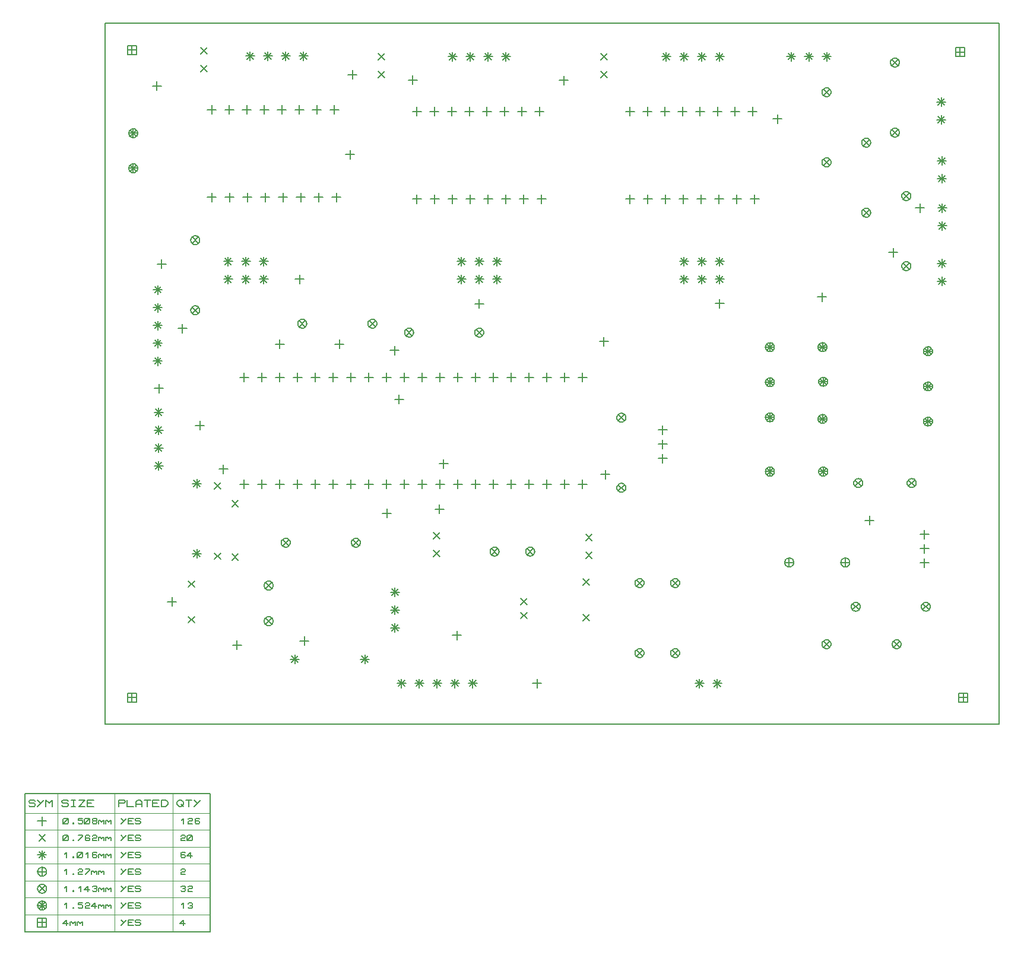
<source format=gbr>
G04 PROTEUS RS274X GERBER FILE*
%FSLAX45Y45*%
%MOMM*%
G01*
%ADD26C,0.203200*%
%ADD27C,0.127000*%
%ADD28C,0.063500*%
D26*
X+5016500Y+1333500D02*
X+5016500Y+1206500D01*
X+4953000Y+1270000D02*
X+5080000Y+1270000D01*
X+3492500Y+8191500D02*
X+3492500Y+8064500D01*
X+3429000Y+8128000D02*
X+3556000Y+8128000D01*
X+9588500Y+8699500D02*
X+9588500Y+8572500D01*
X+9525000Y+8636000D02*
X+9652000Y+8636000D01*
X+11239500Y+6794500D02*
X+11239500Y+6667500D01*
X+11176000Y+6731000D02*
X+11303000Y+6731000D01*
X+11620500Y+7429500D02*
X+11620500Y+7302500D01*
X+11557000Y+7366000D02*
X+11684000Y+7366000D01*
X+4127500Y+5397500D02*
X+4127500Y+5270500D01*
X+4064000Y+5334000D02*
X+4191000Y+5334000D01*
X+6159501Y+650241D02*
X+6159501Y+523241D01*
X+6096001Y+586741D02*
X+6223001Y+586741D01*
X+7112000Y+5524500D02*
X+7112000Y+5397500D01*
X+7048500Y+5461000D02*
X+7175500Y+5461000D01*
X+7132677Y+3629898D02*
X+7132677Y+3502898D01*
X+7069177Y+3566398D02*
X+7196177Y+3566398D01*
X+3525520Y+9331960D02*
X+3525520Y+9204960D01*
X+3462020Y+9268460D02*
X+3589020Y+9268460D01*
X+734060Y+9171940D02*
X+734060Y+9044940D01*
X+670560Y+9108440D02*
X+797560Y+9108440D01*
X+4385441Y+9254970D02*
X+4385441Y+9127970D01*
X+4321941Y+9191470D02*
X+4448941Y+9191470D01*
X+6539897Y+9251040D02*
X+6539897Y+9124040D01*
X+6476397Y+9187540D02*
X+6603397Y+9187540D01*
X+2773680Y+6413500D02*
X+2773680Y+6286500D01*
X+2710180Y+6350000D02*
X+2837180Y+6350000D01*
X+3341413Y+5489465D02*
X+3341413Y+5362465D01*
X+3277913Y+5425965D02*
X+3404913Y+5425965D01*
X+2487449Y+5489465D02*
X+2487449Y+5362465D01*
X+2423949Y+5425965D02*
X+2550949Y+5425965D01*
X+10900833Y+2972176D02*
X+10900833Y+2845176D01*
X+10837333Y+2908676D02*
X+10964333Y+2908676D01*
X+10223500Y+6159500D02*
X+10223500Y+6032500D01*
X+10160000Y+6096000D02*
X+10287000Y+6096000D01*
X+950000Y+1813500D02*
X+950000Y+1686500D01*
X+886500Y+1750000D02*
X+1013500Y+1750000D01*
X+1351027Y+4326911D02*
X+1351027Y+4199911D01*
X+1287527Y+4263411D02*
X+1414527Y+4263411D01*
X+1683066Y+3707028D02*
X+1683066Y+3580028D01*
X+1619566Y+3643528D02*
X+1746566Y+3643528D01*
X+803106Y+6631740D02*
X+803106Y+6504740D01*
X+739606Y+6568240D02*
X+866606Y+6568240D01*
X+4767675Y+3134951D02*
X+4767675Y+3007951D01*
X+4704175Y+3071451D02*
X+4831175Y+3071451D01*
X+1100000Y+5713500D02*
X+1100000Y+5586500D01*
X+1036500Y+5650000D02*
X+1163500Y+5650000D01*
X+4826000Y+3783500D02*
X+4826000Y+3656500D01*
X+4762500Y+3720000D02*
X+4889500Y+3720000D01*
X+4191000Y+4699000D02*
X+4191000Y+4572000D01*
X+4127500Y+4635500D02*
X+4254500Y+4635500D01*
X+4016243Y+3073818D02*
X+4016243Y+2946818D01*
X+3952743Y+3010318D02*
X+4079743Y+3010318D01*
X+1880000Y+1193500D02*
X+1880000Y+1066500D01*
X+1816500Y+1130000D02*
X+1943500Y+1130000D01*
X+2840000Y+1253500D02*
X+2840000Y+1126500D01*
X+2776500Y+1190000D02*
X+2903500Y+1190000D01*
X+5334000Y+6062980D02*
X+5334000Y+5935980D01*
X+5270500Y+5999480D02*
X+5397500Y+5999480D01*
X+8763000Y+6065520D02*
X+8763000Y+5938520D01*
X+8699500Y+6002020D02*
X+8826500Y+6002020D01*
X+766293Y+4855800D02*
X+766293Y+4728800D01*
X+702793Y+4792300D02*
X+829793Y+4792300D01*
X+9818760Y+2308940D02*
X+9818543Y+2314187D01*
X+9816778Y+2324682D01*
X+9813086Y+2335177D01*
X+9807058Y+2345672D01*
X+9797836Y+2356052D01*
X+9787341Y+2363740D01*
X+9776846Y+2368658D01*
X+9766351Y+2371464D01*
X+9755856Y+2372437D01*
X+9755260Y+2372440D01*
X+9691760Y+2308940D02*
X+9691977Y+2314187D01*
X+9693742Y+2324682D01*
X+9697434Y+2335177D01*
X+9703462Y+2345672D01*
X+9712684Y+2356052D01*
X+9723179Y+2363740D01*
X+9733674Y+2368658D01*
X+9744169Y+2371464D01*
X+9754664Y+2372437D01*
X+9755260Y+2372440D01*
X+9691760Y+2308940D02*
X+9691977Y+2303693D01*
X+9693742Y+2293198D01*
X+9697434Y+2282703D01*
X+9703462Y+2272208D01*
X+9712684Y+2261828D01*
X+9723179Y+2254140D01*
X+9733674Y+2249222D01*
X+9744169Y+2246416D01*
X+9754664Y+2245443D01*
X+9755260Y+2245440D01*
X+9818760Y+2308940D02*
X+9818543Y+2303693D01*
X+9816778Y+2293198D01*
X+9813086Y+2282703D01*
X+9807058Y+2272208D01*
X+9797836Y+2261828D01*
X+9787341Y+2254140D01*
X+9776846Y+2249222D01*
X+9766351Y+2246416D01*
X+9755856Y+2245443D01*
X+9755260Y+2245440D01*
X+9755260Y+2372440D02*
X+9755260Y+2245440D01*
X+9691760Y+2308940D02*
X+9818760Y+2308940D01*
X+10618760Y+2308940D02*
X+10618543Y+2314187D01*
X+10616778Y+2324682D01*
X+10613086Y+2335177D01*
X+10607058Y+2345672D01*
X+10597836Y+2356052D01*
X+10587341Y+2363740D01*
X+10576846Y+2368658D01*
X+10566351Y+2371464D01*
X+10555856Y+2372437D01*
X+10555260Y+2372440D01*
X+10491760Y+2308940D02*
X+10491977Y+2314187D01*
X+10493742Y+2324682D01*
X+10497434Y+2335177D01*
X+10503462Y+2345672D01*
X+10512684Y+2356052D01*
X+10523179Y+2363740D01*
X+10533674Y+2368658D01*
X+10544169Y+2371464D01*
X+10554664Y+2372437D01*
X+10555260Y+2372440D01*
X+10491760Y+2308940D02*
X+10491977Y+2303693D01*
X+10493742Y+2293198D01*
X+10497434Y+2282703D01*
X+10503462Y+2272208D01*
X+10512684Y+2261828D01*
X+10523179Y+2254140D01*
X+10533674Y+2249222D01*
X+10544169Y+2246416D01*
X+10554664Y+2245443D01*
X+10555260Y+2245440D01*
X+10618760Y+2308940D02*
X+10618543Y+2303693D01*
X+10616778Y+2293198D01*
X+10613086Y+2282703D01*
X+10607058Y+2272208D01*
X+10597836Y+2261828D01*
X+10587341Y+2254140D01*
X+10576846Y+2249222D01*
X+10566351Y+2246416D01*
X+10555856Y+2245443D01*
X+10555260Y+2245440D01*
X+10555260Y+2372440D02*
X+10555260Y+2245440D01*
X+10491760Y+2308940D02*
X+10618760Y+2308940D01*
X+10302960Y+3606000D02*
X+10302743Y+3611247D01*
X+10300978Y+3621742D01*
X+10297286Y+3632237D01*
X+10291258Y+3642732D01*
X+10282036Y+3653112D01*
X+10271541Y+3660800D01*
X+10261046Y+3665718D01*
X+10250551Y+3668524D01*
X+10240056Y+3669497D01*
X+10239460Y+3669500D01*
X+10175960Y+3606000D02*
X+10176177Y+3611247D01*
X+10177942Y+3621742D01*
X+10181634Y+3632237D01*
X+10187662Y+3642732D01*
X+10196884Y+3653112D01*
X+10207379Y+3660800D01*
X+10217874Y+3665718D01*
X+10228369Y+3668524D01*
X+10238864Y+3669497D01*
X+10239460Y+3669500D01*
X+10175960Y+3606000D02*
X+10176177Y+3600753D01*
X+10177942Y+3590258D01*
X+10181634Y+3579763D01*
X+10187662Y+3569268D01*
X+10196884Y+3558888D01*
X+10207379Y+3551200D01*
X+10217874Y+3546282D01*
X+10228369Y+3543476D01*
X+10238864Y+3542503D01*
X+10239460Y+3542500D01*
X+10302960Y+3606000D02*
X+10302743Y+3600753D01*
X+10300978Y+3590258D01*
X+10297286Y+3579763D01*
X+10291258Y+3569268D01*
X+10282036Y+3558888D01*
X+10271541Y+3551200D01*
X+10261046Y+3546282D01*
X+10250551Y+3543476D01*
X+10240056Y+3542503D01*
X+10239460Y+3542500D01*
X+10239460Y+3669500D02*
X+10239460Y+3542500D01*
X+10175960Y+3606000D02*
X+10302960Y+3606000D01*
X+10302743Y+3611247D01*
X+10300978Y+3621742D01*
X+10297286Y+3632237D01*
X+10291258Y+3642732D01*
X+10282036Y+3653112D01*
X+10271541Y+3660800D01*
X+10261046Y+3665718D01*
X+10250551Y+3668524D01*
X+10240056Y+3669497D01*
X+10239460Y+3669500D01*
X+10175960Y+3606000D02*
X+10176177Y+3611247D01*
X+10177942Y+3621742D01*
X+10181634Y+3632237D01*
X+10187662Y+3642732D01*
X+10196884Y+3653112D01*
X+10207379Y+3660800D01*
X+10217874Y+3665718D01*
X+10228369Y+3668524D01*
X+10238864Y+3669497D01*
X+10239460Y+3669500D01*
X+10175960Y+3606000D02*
X+10176177Y+3600753D01*
X+10177942Y+3590258D01*
X+10181634Y+3579763D01*
X+10187662Y+3569268D01*
X+10196884Y+3558888D01*
X+10207379Y+3551200D01*
X+10217874Y+3546282D01*
X+10228369Y+3543476D01*
X+10238864Y+3542503D01*
X+10239460Y+3542500D01*
X+10302960Y+3606000D02*
X+10302743Y+3600753D01*
X+10300978Y+3590258D01*
X+10297286Y+3579763D01*
X+10291258Y+3569268D01*
X+10282036Y+3558888D01*
X+10271541Y+3551200D01*
X+10261046Y+3546282D01*
X+10250551Y+3543476D01*
X+10240056Y+3542503D01*
X+10239460Y+3542500D01*
X+10194559Y+3650901D02*
X+10284361Y+3561099D01*
X+10194559Y+3561099D02*
X+10284361Y+3650901D01*
X+9543500Y+3606000D02*
X+9543283Y+3611247D01*
X+9541518Y+3621742D01*
X+9537826Y+3632237D01*
X+9531798Y+3642732D01*
X+9522576Y+3653112D01*
X+9512081Y+3660800D01*
X+9501586Y+3665718D01*
X+9491091Y+3668524D01*
X+9480596Y+3669497D01*
X+9480000Y+3669500D01*
X+9416500Y+3606000D02*
X+9416717Y+3611247D01*
X+9418482Y+3621742D01*
X+9422174Y+3632237D01*
X+9428202Y+3642732D01*
X+9437424Y+3653112D01*
X+9447919Y+3660800D01*
X+9458414Y+3665718D01*
X+9468909Y+3668524D01*
X+9479404Y+3669497D01*
X+9480000Y+3669500D01*
X+9416500Y+3606000D02*
X+9416717Y+3600753D01*
X+9418482Y+3590258D01*
X+9422174Y+3579763D01*
X+9428202Y+3569268D01*
X+9437424Y+3558888D01*
X+9447919Y+3551200D01*
X+9458414Y+3546282D01*
X+9468909Y+3543476D01*
X+9479404Y+3542503D01*
X+9480000Y+3542500D01*
X+9543500Y+3606000D02*
X+9543283Y+3600753D01*
X+9541518Y+3590258D01*
X+9537826Y+3579763D01*
X+9531798Y+3569268D01*
X+9522576Y+3558888D01*
X+9512081Y+3551200D01*
X+9501586Y+3546282D01*
X+9491091Y+3543476D01*
X+9480596Y+3542503D01*
X+9480000Y+3542500D01*
X+9480000Y+3669500D02*
X+9480000Y+3542500D01*
X+9416500Y+3606000D02*
X+9543500Y+3606000D01*
X+9543283Y+3611247D01*
X+9541518Y+3621742D01*
X+9537826Y+3632237D01*
X+9531798Y+3642732D01*
X+9522576Y+3653112D01*
X+9512081Y+3660800D01*
X+9501586Y+3665718D01*
X+9491091Y+3668524D01*
X+9480596Y+3669497D01*
X+9480000Y+3669500D01*
X+9416500Y+3606000D02*
X+9416717Y+3611247D01*
X+9418482Y+3621742D01*
X+9422174Y+3632237D01*
X+9428202Y+3642732D01*
X+9437424Y+3653112D01*
X+9447919Y+3660800D01*
X+9458414Y+3665718D01*
X+9468909Y+3668524D01*
X+9479404Y+3669497D01*
X+9480000Y+3669500D01*
X+9416500Y+3606000D02*
X+9416717Y+3600753D01*
X+9418482Y+3590258D01*
X+9422174Y+3579763D01*
X+9428202Y+3569268D01*
X+9437424Y+3558888D01*
X+9447919Y+3551200D01*
X+9458414Y+3546282D01*
X+9468909Y+3543476D01*
X+9479404Y+3542503D01*
X+9480000Y+3542500D01*
X+9543500Y+3606000D02*
X+9543283Y+3600753D01*
X+9541518Y+3590258D01*
X+9537826Y+3579763D01*
X+9531798Y+3569268D01*
X+9522576Y+3558888D01*
X+9512081Y+3551200D01*
X+9501586Y+3546282D01*
X+9491091Y+3543476D01*
X+9480596Y+3542503D01*
X+9480000Y+3542500D01*
X+9435099Y+3650901D02*
X+9524901Y+3561099D01*
X+9435099Y+3561099D02*
X+9524901Y+3650901D01*
X+10293500Y+4356000D02*
X+10293283Y+4361247D01*
X+10291518Y+4371742D01*
X+10287826Y+4382237D01*
X+10281798Y+4392732D01*
X+10272576Y+4403112D01*
X+10262081Y+4410800D01*
X+10251586Y+4415718D01*
X+10241091Y+4418524D01*
X+10230596Y+4419497D01*
X+10230000Y+4419500D01*
X+10166500Y+4356000D02*
X+10166717Y+4361247D01*
X+10168482Y+4371742D01*
X+10172174Y+4382237D01*
X+10178202Y+4392732D01*
X+10187424Y+4403112D01*
X+10197919Y+4410800D01*
X+10208414Y+4415718D01*
X+10218909Y+4418524D01*
X+10229404Y+4419497D01*
X+10230000Y+4419500D01*
X+10166500Y+4356000D02*
X+10166717Y+4350753D01*
X+10168482Y+4340258D01*
X+10172174Y+4329763D01*
X+10178202Y+4319268D01*
X+10187424Y+4308888D01*
X+10197919Y+4301200D01*
X+10208414Y+4296282D01*
X+10218909Y+4293476D01*
X+10229404Y+4292503D01*
X+10230000Y+4292500D01*
X+10293500Y+4356000D02*
X+10293283Y+4350753D01*
X+10291518Y+4340258D01*
X+10287826Y+4329763D01*
X+10281798Y+4319268D01*
X+10272576Y+4308888D01*
X+10262081Y+4301200D01*
X+10251586Y+4296282D01*
X+10241091Y+4293476D01*
X+10230596Y+4292503D01*
X+10230000Y+4292500D01*
X+10230000Y+4419500D02*
X+10230000Y+4292500D01*
X+10166500Y+4356000D02*
X+10293500Y+4356000D01*
X+10293283Y+4361247D01*
X+10291518Y+4371742D01*
X+10287826Y+4382237D01*
X+10281798Y+4392732D01*
X+10272576Y+4403112D01*
X+10262081Y+4410800D01*
X+10251586Y+4415718D01*
X+10241091Y+4418524D01*
X+10230596Y+4419497D01*
X+10230000Y+4419500D01*
X+10166500Y+4356000D02*
X+10166717Y+4361247D01*
X+10168482Y+4371742D01*
X+10172174Y+4382237D01*
X+10178202Y+4392732D01*
X+10187424Y+4403112D01*
X+10197919Y+4410800D01*
X+10208414Y+4415718D01*
X+10218909Y+4418524D01*
X+10229404Y+4419497D01*
X+10230000Y+4419500D01*
X+10166500Y+4356000D02*
X+10166717Y+4350753D01*
X+10168482Y+4340258D01*
X+10172174Y+4329763D01*
X+10178202Y+4319268D01*
X+10187424Y+4308888D01*
X+10197919Y+4301200D01*
X+10208414Y+4296282D01*
X+10218909Y+4293476D01*
X+10229404Y+4292503D01*
X+10230000Y+4292500D01*
X+10293500Y+4356000D02*
X+10293283Y+4350753D01*
X+10291518Y+4340258D01*
X+10287826Y+4329763D01*
X+10281798Y+4319268D01*
X+10272576Y+4308888D01*
X+10262081Y+4301200D01*
X+10251586Y+4296282D01*
X+10241091Y+4293476D01*
X+10230596Y+4292503D01*
X+10230000Y+4292500D01*
X+10185099Y+4400901D02*
X+10274901Y+4311099D01*
X+10185099Y+4311099D02*
X+10274901Y+4400901D01*
X+9543500Y+4380000D02*
X+9543283Y+4385247D01*
X+9541518Y+4395742D01*
X+9537826Y+4406237D01*
X+9531798Y+4416732D01*
X+9522576Y+4427112D01*
X+9512081Y+4434800D01*
X+9501586Y+4439718D01*
X+9491091Y+4442524D01*
X+9480596Y+4443497D01*
X+9480000Y+4443500D01*
X+9416500Y+4380000D02*
X+9416717Y+4385247D01*
X+9418482Y+4395742D01*
X+9422174Y+4406237D01*
X+9428202Y+4416732D01*
X+9437424Y+4427112D01*
X+9447919Y+4434800D01*
X+9458414Y+4439718D01*
X+9468909Y+4442524D01*
X+9479404Y+4443497D01*
X+9480000Y+4443500D01*
X+9416500Y+4380000D02*
X+9416717Y+4374753D01*
X+9418482Y+4364258D01*
X+9422174Y+4353763D01*
X+9428202Y+4343268D01*
X+9437424Y+4332888D01*
X+9447919Y+4325200D01*
X+9458414Y+4320282D01*
X+9468909Y+4317476D01*
X+9479404Y+4316503D01*
X+9480000Y+4316500D01*
X+9543500Y+4380000D02*
X+9543283Y+4374753D01*
X+9541518Y+4364258D01*
X+9537826Y+4353763D01*
X+9531798Y+4343268D01*
X+9522576Y+4332888D01*
X+9512081Y+4325200D01*
X+9501586Y+4320282D01*
X+9491091Y+4317476D01*
X+9480596Y+4316503D01*
X+9480000Y+4316500D01*
X+9480000Y+4443500D02*
X+9480000Y+4316500D01*
X+9416500Y+4380000D02*
X+9543500Y+4380000D01*
X+9543283Y+4385247D01*
X+9541518Y+4395742D01*
X+9537826Y+4406237D01*
X+9531798Y+4416732D01*
X+9522576Y+4427112D01*
X+9512081Y+4434800D01*
X+9501586Y+4439718D01*
X+9491091Y+4442524D01*
X+9480596Y+4443497D01*
X+9480000Y+4443500D01*
X+9416500Y+4380000D02*
X+9416717Y+4385247D01*
X+9418482Y+4395742D01*
X+9422174Y+4406237D01*
X+9428202Y+4416732D01*
X+9437424Y+4427112D01*
X+9447919Y+4434800D01*
X+9458414Y+4439718D01*
X+9468909Y+4442524D01*
X+9479404Y+4443497D01*
X+9480000Y+4443500D01*
X+9416500Y+4380000D02*
X+9416717Y+4374753D01*
X+9418482Y+4364258D01*
X+9422174Y+4353763D01*
X+9428202Y+4343268D01*
X+9437424Y+4332888D01*
X+9447919Y+4325200D01*
X+9458414Y+4320282D01*
X+9468909Y+4317476D01*
X+9479404Y+4316503D01*
X+9480000Y+4316500D01*
X+9543500Y+4380000D02*
X+9543283Y+4374753D01*
X+9541518Y+4364258D01*
X+9537826Y+4353763D01*
X+9531798Y+4343268D01*
X+9522576Y+4332888D01*
X+9512081Y+4325200D01*
X+9501586Y+4320282D01*
X+9491091Y+4317476D01*
X+9480596Y+4316503D01*
X+9480000Y+4316500D01*
X+9435099Y+4424901D02*
X+9524901Y+4335099D01*
X+9435099Y+4335099D02*
X+9524901Y+4424901D01*
X+10302960Y+4888000D02*
X+10302743Y+4893247D01*
X+10300978Y+4903742D01*
X+10297286Y+4914237D01*
X+10291258Y+4924732D01*
X+10282036Y+4935112D01*
X+10271541Y+4942800D01*
X+10261046Y+4947718D01*
X+10250551Y+4950524D01*
X+10240056Y+4951497D01*
X+10239460Y+4951500D01*
X+10175960Y+4888000D02*
X+10176177Y+4893247D01*
X+10177942Y+4903742D01*
X+10181634Y+4914237D01*
X+10187662Y+4924732D01*
X+10196884Y+4935112D01*
X+10207379Y+4942800D01*
X+10217874Y+4947718D01*
X+10228369Y+4950524D01*
X+10238864Y+4951497D01*
X+10239460Y+4951500D01*
X+10175960Y+4888000D02*
X+10176177Y+4882753D01*
X+10177942Y+4872258D01*
X+10181634Y+4861763D01*
X+10187662Y+4851268D01*
X+10196884Y+4840888D01*
X+10207379Y+4833200D01*
X+10217874Y+4828282D01*
X+10228369Y+4825476D01*
X+10238864Y+4824503D01*
X+10239460Y+4824500D01*
X+10302960Y+4888000D02*
X+10302743Y+4882753D01*
X+10300978Y+4872258D01*
X+10297286Y+4861763D01*
X+10291258Y+4851268D01*
X+10282036Y+4840888D01*
X+10271541Y+4833200D01*
X+10261046Y+4828282D01*
X+10250551Y+4825476D01*
X+10240056Y+4824503D01*
X+10239460Y+4824500D01*
X+10239460Y+4951500D02*
X+10239460Y+4824500D01*
X+10175960Y+4888000D02*
X+10302960Y+4888000D01*
X+10302743Y+4893247D01*
X+10300978Y+4903742D01*
X+10297286Y+4914237D01*
X+10291258Y+4924732D01*
X+10282036Y+4935112D01*
X+10271541Y+4942800D01*
X+10261046Y+4947718D01*
X+10250551Y+4950524D01*
X+10240056Y+4951497D01*
X+10239460Y+4951500D01*
X+10175960Y+4888000D02*
X+10176177Y+4893247D01*
X+10177942Y+4903742D01*
X+10181634Y+4914237D01*
X+10187662Y+4924732D01*
X+10196884Y+4935112D01*
X+10207379Y+4942800D01*
X+10217874Y+4947718D01*
X+10228369Y+4950524D01*
X+10238864Y+4951497D01*
X+10239460Y+4951500D01*
X+10175960Y+4888000D02*
X+10176177Y+4882753D01*
X+10177942Y+4872258D01*
X+10181634Y+4861763D01*
X+10187662Y+4851268D01*
X+10196884Y+4840888D01*
X+10207379Y+4833200D01*
X+10217874Y+4828282D01*
X+10228369Y+4825476D01*
X+10238864Y+4824503D01*
X+10239460Y+4824500D01*
X+10302960Y+4888000D02*
X+10302743Y+4882753D01*
X+10300978Y+4872258D01*
X+10297286Y+4861763D01*
X+10291258Y+4851268D01*
X+10282036Y+4840888D01*
X+10271541Y+4833200D01*
X+10261046Y+4828282D01*
X+10250551Y+4825476D01*
X+10240056Y+4824503D01*
X+10239460Y+4824500D01*
X+10194559Y+4932901D02*
X+10284361Y+4843099D01*
X+10194559Y+4843099D02*
X+10284361Y+4932901D01*
X+9543500Y+4880000D02*
X+9543283Y+4885247D01*
X+9541518Y+4895742D01*
X+9537826Y+4906237D01*
X+9531798Y+4916732D01*
X+9522576Y+4927112D01*
X+9512081Y+4934800D01*
X+9501586Y+4939718D01*
X+9491091Y+4942524D01*
X+9480596Y+4943497D01*
X+9480000Y+4943500D01*
X+9416500Y+4880000D02*
X+9416717Y+4885247D01*
X+9418482Y+4895742D01*
X+9422174Y+4906237D01*
X+9428202Y+4916732D01*
X+9437424Y+4927112D01*
X+9447919Y+4934800D01*
X+9458414Y+4939718D01*
X+9468909Y+4942524D01*
X+9479404Y+4943497D01*
X+9480000Y+4943500D01*
X+9416500Y+4880000D02*
X+9416717Y+4874753D01*
X+9418482Y+4864258D01*
X+9422174Y+4853763D01*
X+9428202Y+4843268D01*
X+9437424Y+4832888D01*
X+9447919Y+4825200D01*
X+9458414Y+4820282D01*
X+9468909Y+4817476D01*
X+9479404Y+4816503D01*
X+9480000Y+4816500D01*
X+9543500Y+4880000D02*
X+9543283Y+4874753D01*
X+9541518Y+4864258D01*
X+9537826Y+4853763D01*
X+9531798Y+4843268D01*
X+9522576Y+4832888D01*
X+9512081Y+4825200D01*
X+9501586Y+4820282D01*
X+9491091Y+4817476D01*
X+9480596Y+4816503D01*
X+9480000Y+4816500D01*
X+9480000Y+4943500D02*
X+9480000Y+4816500D01*
X+9416500Y+4880000D02*
X+9543500Y+4880000D01*
X+9543283Y+4885247D01*
X+9541518Y+4895742D01*
X+9537826Y+4906237D01*
X+9531798Y+4916732D01*
X+9522576Y+4927112D01*
X+9512081Y+4934800D01*
X+9501586Y+4939718D01*
X+9491091Y+4942524D01*
X+9480596Y+4943497D01*
X+9480000Y+4943500D01*
X+9416500Y+4880000D02*
X+9416717Y+4885247D01*
X+9418482Y+4895742D01*
X+9422174Y+4906237D01*
X+9428202Y+4916732D01*
X+9437424Y+4927112D01*
X+9447919Y+4934800D01*
X+9458414Y+4939718D01*
X+9468909Y+4942524D01*
X+9479404Y+4943497D01*
X+9480000Y+4943500D01*
X+9416500Y+4880000D02*
X+9416717Y+4874753D01*
X+9418482Y+4864258D01*
X+9422174Y+4853763D01*
X+9428202Y+4843268D01*
X+9437424Y+4832888D01*
X+9447919Y+4825200D01*
X+9458414Y+4820282D01*
X+9468909Y+4817476D01*
X+9479404Y+4816503D01*
X+9480000Y+4816500D01*
X+9543500Y+4880000D02*
X+9543283Y+4874753D01*
X+9541518Y+4864258D01*
X+9537826Y+4853763D01*
X+9531798Y+4843268D01*
X+9522576Y+4832888D01*
X+9512081Y+4825200D01*
X+9501586Y+4820282D01*
X+9491091Y+4817476D01*
X+9480596Y+4816503D01*
X+9480000Y+4816500D01*
X+9435099Y+4924901D02*
X+9524901Y+4835099D01*
X+9435099Y+4835099D02*
X+9524901Y+4924901D01*
X+10293500Y+5380000D02*
X+10293283Y+5385247D01*
X+10291518Y+5395742D01*
X+10287826Y+5406237D01*
X+10281798Y+5416732D01*
X+10272576Y+5427112D01*
X+10262081Y+5434800D01*
X+10251586Y+5439718D01*
X+10241091Y+5442524D01*
X+10230596Y+5443497D01*
X+10230000Y+5443500D01*
X+10166500Y+5380000D02*
X+10166717Y+5385247D01*
X+10168482Y+5395742D01*
X+10172174Y+5406237D01*
X+10178202Y+5416732D01*
X+10187424Y+5427112D01*
X+10197919Y+5434800D01*
X+10208414Y+5439718D01*
X+10218909Y+5442524D01*
X+10229404Y+5443497D01*
X+10230000Y+5443500D01*
X+10166500Y+5380000D02*
X+10166717Y+5374753D01*
X+10168482Y+5364258D01*
X+10172174Y+5353763D01*
X+10178202Y+5343268D01*
X+10187424Y+5332888D01*
X+10197919Y+5325200D01*
X+10208414Y+5320282D01*
X+10218909Y+5317476D01*
X+10229404Y+5316503D01*
X+10230000Y+5316500D01*
X+10293500Y+5380000D02*
X+10293283Y+5374753D01*
X+10291518Y+5364258D01*
X+10287826Y+5353763D01*
X+10281798Y+5343268D01*
X+10272576Y+5332888D01*
X+10262081Y+5325200D01*
X+10251586Y+5320282D01*
X+10241091Y+5317476D01*
X+10230596Y+5316503D01*
X+10230000Y+5316500D01*
X+10230000Y+5443500D02*
X+10230000Y+5316500D01*
X+10166500Y+5380000D02*
X+10293500Y+5380000D01*
X+10293283Y+5385247D01*
X+10291518Y+5395742D01*
X+10287826Y+5406237D01*
X+10281798Y+5416732D01*
X+10272576Y+5427112D01*
X+10262081Y+5434800D01*
X+10251586Y+5439718D01*
X+10241091Y+5442524D01*
X+10230596Y+5443497D01*
X+10230000Y+5443500D01*
X+10166500Y+5380000D02*
X+10166717Y+5385247D01*
X+10168482Y+5395742D01*
X+10172174Y+5406237D01*
X+10178202Y+5416732D01*
X+10187424Y+5427112D01*
X+10197919Y+5434800D01*
X+10208414Y+5439718D01*
X+10218909Y+5442524D01*
X+10229404Y+5443497D01*
X+10230000Y+5443500D01*
X+10166500Y+5380000D02*
X+10166717Y+5374753D01*
X+10168482Y+5364258D01*
X+10172174Y+5353763D01*
X+10178202Y+5343268D01*
X+10187424Y+5332888D01*
X+10197919Y+5325200D01*
X+10208414Y+5320282D01*
X+10218909Y+5317476D01*
X+10229404Y+5316503D01*
X+10230000Y+5316500D01*
X+10293500Y+5380000D02*
X+10293283Y+5374753D01*
X+10291518Y+5364258D01*
X+10287826Y+5353763D01*
X+10281798Y+5343268D01*
X+10272576Y+5332888D01*
X+10262081Y+5325200D01*
X+10251586Y+5320282D01*
X+10241091Y+5317476D01*
X+10230596Y+5316503D01*
X+10230000Y+5316500D01*
X+10185099Y+5424901D02*
X+10274901Y+5335099D01*
X+10185099Y+5335099D02*
X+10274901Y+5424901D01*
X+9543500Y+5380000D02*
X+9543283Y+5385247D01*
X+9541518Y+5395742D01*
X+9537826Y+5406237D01*
X+9531798Y+5416732D01*
X+9522576Y+5427112D01*
X+9512081Y+5434800D01*
X+9501586Y+5439718D01*
X+9491091Y+5442524D01*
X+9480596Y+5443497D01*
X+9480000Y+5443500D01*
X+9416500Y+5380000D02*
X+9416717Y+5385247D01*
X+9418482Y+5395742D01*
X+9422174Y+5406237D01*
X+9428202Y+5416732D01*
X+9437424Y+5427112D01*
X+9447919Y+5434800D01*
X+9458414Y+5439718D01*
X+9468909Y+5442524D01*
X+9479404Y+5443497D01*
X+9480000Y+5443500D01*
X+9416500Y+5380000D02*
X+9416717Y+5374753D01*
X+9418482Y+5364258D01*
X+9422174Y+5353763D01*
X+9428202Y+5343268D01*
X+9437424Y+5332888D01*
X+9447919Y+5325200D01*
X+9458414Y+5320282D01*
X+9468909Y+5317476D01*
X+9479404Y+5316503D01*
X+9480000Y+5316500D01*
X+9543500Y+5380000D02*
X+9543283Y+5374753D01*
X+9541518Y+5364258D01*
X+9537826Y+5353763D01*
X+9531798Y+5343268D01*
X+9522576Y+5332888D01*
X+9512081Y+5325200D01*
X+9501586Y+5320282D01*
X+9491091Y+5317476D01*
X+9480596Y+5316503D01*
X+9480000Y+5316500D01*
X+9480000Y+5443500D02*
X+9480000Y+5316500D01*
X+9416500Y+5380000D02*
X+9543500Y+5380000D01*
X+9543283Y+5385247D01*
X+9541518Y+5395742D01*
X+9537826Y+5406237D01*
X+9531798Y+5416732D01*
X+9522576Y+5427112D01*
X+9512081Y+5434800D01*
X+9501586Y+5439718D01*
X+9491091Y+5442524D01*
X+9480596Y+5443497D01*
X+9480000Y+5443500D01*
X+9416500Y+5380000D02*
X+9416717Y+5385247D01*
X+9418482Y+5395742D01*
X+9422174Y+5406237D01*
X+9428202Y+5416732D01*
X+9437424Y+5427112D01*
X+9447919Y+5434800D01*
X+9458414Y+5439718D01*
X+9468909Y+5442524D01*
X+9479404Y+5443497D01*
X+9480000Y+5443500D01*
X+9416500Y+5380000D02*
X+9416717Y+5374753D01*
X+9418482Y+5364258D01*
X+9422174Y+5353763D01*
X+9428202Y+5343268D01*
X+9437424Y+5332888D01*
X+9447919Y+5325200D01*
X+9458414Y+5320282D01*
X+9468909Y+5317476D01*
X+9479404Y+5316503D01*
X+9480000Y+5316500D01*
X+9543500Y+5380000D02*
X+9543283Y+5374753D01*
X+9541518Y+5364258D01*
X+9537826Y+5353763D01*
X+9531798Y+5343268D01*
X+9522576Y+5332888D01*
X+9512081Y+5325200D01*
X+9501586Y+5320282D01*
X+9491091Y+5317476D01*
X+9480596Y+5316503D01*
X+9480000Y+5316500D01*
X+9435099Y+5424901D02*
X+9524901Y+5335099D01*
X+9435099Y+5335099D02*
X+9524901Y+5424901D01*
X+1518820Y+7581580D02*
X+1518820Y+7454580D01*
X+1455320Y+7518080D02*
X+1582320Y+7518080D01*
X+1772820Y+7581580D02*
X+1772820Y+7454580D01*
X+1709320Y+7518080D02*
X+1836320Y+7518080D01*
X+2026820Y+7581580D02*
X+2026820Y+7454580D01*
X+1963320Y+7518080D02*
X+2090320Y+7518080D01*
X+2280820Y+7581580D02*
X+2280820Y+7454580D01*
X+2217320Y+7518080D02*
X+2344320Y+7518080D01*
X+2534820Y+7581580D02*
X+2534820Y+7454580D01*
X+2471320Y+7518080D02*
X+2598320Y+7518080D01*
X+2788820Y+7581580D02*
X+2788820Y+7454580D01*
X+2725320Y+7518080D02*
X+2852320Y+7518080D01*
X+3042820Y+7581580D02*
X+3042820Y+7454580D01*
X+2979320Y+7518080D02*
X+3106320Y+7518080D01*
X+3296820Y+7581580D02*
X+3296820Y+7454580D01*
X+3233320Y+7518080D02*
X+3360320Y+7518080D01*
X+3268820Y+8831580D02*
X+3268820Y+8704580D01*
X+3205320Y+8768080D02*
X+3332320Y+8768080D01*
X+3018820Y+8831580D02*
X+3018820Y+8704580D01*
X+2955320Y+8768080D02*
X+3082320Y+8768080D01*
X+2768820Y+8831580D02*
X+2768820Y+8704580D01*
X+2705320Y+8768080D02*
X+2832320Y+8768080D01*
X+2518820Y+8831580D02*
X+2518820Y+8704580D01*
X+2455320Y+8768080D02*
X+2582320Y+8768080D01*
X+2268820Y+8831580D02*
X+2268820Y+8704580D01*
X+2205320Y+8768080D02*
X+2332320Y+8768080D01*
X+2018820Y+8831580D02*
X+2018820Y+8704580D01*
X+1955320Y+8768080D02*
X+2082320Y+8768080D01*
X+1768820Y+8831580D02*
X+1768820Y+8704580D01*
X+1705320Y+8768080D02*
X+1832320Y+8768080D01*
X+1518820Y+8831580D02*
X+1518820Y+8704580D01*
X+1455320Y+8768080D02*
X+1582320Y+8768080D01*
X+4445000Y+7556500D02*
X+4445000Y+7429500D01*
X+4381500Y+7493000D02*
X+4508500Y+7493000D01*
X+4699000Y+7556500D02*
X+4699000Y+7429500D01*
X+4635500Y+7493000D02*
X+4762500Y+7493000D01*
X+4953000Y+7556500D02*
X+4953000Y+7429500D01*
X+4889500Y+7493000D02*
X+5016500Y+7493000D01*
X+5207000Y+7556500D02*
X+5207000Y+7429500D01*
X+5143500Y+7493000D02*
X+5270500Y+7493000D01*
X+5461000Y+7556500D02*
X+5461000Y+7429500D01*
X+5397500Y+7493000D02*
X+5524500Y+7493000D01*
X+5715000Y+7556500D02*
X+5715000Y+7429500D01*
X+5651500Y+7493000D02*
X+5778500Y+7493000D01*
X+5969000Y+7556500D02*
X+5969000Y+7429500D01*
X+5905500Y+7493000D02*
X+6032500Y+7493000D01*
X+6223000Y+7556500D02*
X+6223000Y+7429500D01*
X+6159500Y+7493000D02*
X+6286500Y+7493000D01*
X+6195000Y+8806500D02*
X+6195000Y+8679500D01*
X+6131500Y+8743000D02*
X+6258500Y+8743000D01*
X+5945000Y+8806500D02*
X+5945000Y+8679500D01*
X+5881500Y+8743000D02*
X+6008500Y+8743000D01*
X+5695000Y+8806500D02*
X+5695000Y+8679500D01*
X+5631500Y+8743000D02*
X+5758500Y+8743000D01*
X+5445000Y+8806500D02*
X+5445000Y+8679500D01*
X+5381500Y+8743000D02*
X+5508500Y+8743000D01*
X+5195000Y+8806500D02*
X+5195000Y+8679500D01*
X+5131500Y+8743000D02*
X+5258500Y+8743000D01*
X+4945000Y+8806500D02*
X+4945000Y+8679500D01*
X+4881500Y+8743000D02*
X+5008500Y+8743000D01*
X+4695000Y+8806500D02*
X+4695000Y+8679500D01*
X+4631500Y+8743000D02*
X+4758500Y+8743000D01*
X+4445000Y+8806500D02*
X+4445000Y+8679500D01*
X+4381500Y+8743000D02*
X+4508500Y+8743000D01*
X+7483000Y+7556500D02*
X+7483000Y+7429500D01*
X+7419500Y+7493000D02*
X+7546500Y+7493000D01*
X+7737000Y+7556500D02*
X+7737000Y+7429500D01*
X+7673500Y+7493000D02*
X+7800500Y+7493000D01*
X+7991000Y+7556500D02*
X+7991000Y+7429500D01*
X+7927500Y+7493000D02*
X+8054500Y+7493000D01*
X+8245000Y+7556500D02*
X+8245000Y+7429500D01*
X+8181500Y+7493000D02*
X+8308500Y+7493000D01*
X+8499000Y+7556500D02*
X+8499000Y+7429500D01*
X+8435500Y+7493000D02*
X+8562500Y+7493000D01*
X+8753000Y+7556500D02*
X+8753000Y+7429500D01*
X+8689500Y+7493000D02*
X+8816500Y+7493000D01*
X+9007000Y+7556500D02*
X+9007000Y+7429500D01*
X+8943500Y+7493000D02*
X+9070500Y+7493000D01*
X+9261000Y+7556500D02*
X+9261000Y+7429500D01*
X+9197500Y+7493000D02*
X+9324500Y+7493000D01*
X+9233000Y+8806500D02*
X+9233000Y+8679500D01*
X+9169500Y+8743000D02*
X+9296500Y+8743000D01*
X+8983000Y+8806500D02*
X+8983000Y+8679500D01*
X+8919500Y+8743000D02*
X+9046500Y+8743000D01*
X+8733000Y+8806500D02*
X+8733000Y+8679500D01*
X+8669500Y+8743000D02*
X+8796500Y+8743000D01*
X+8483000Y+8806500D02*
X+8483000Y+8679500D01*
X+8419500Y+8743000D02*
X+8546500Y+8743000D01*
X+8233000Y+8806500D02*
X+8233000Y+8679500D01*
X+8169500Y+8743000D02*
X+8296500Y+8743000D01*
X+7983000Y+8806500D02*
X+7983000Y+8679500D01*
X+7919500Y+8743000D02*
X+8046500Y+8743000D01*
X+7733000Y+8806500D02*
X+7733000Y+8679500D01*
X+7669500Y+8743000D02*
X+7796500Y+8743000D01*
X+7483000Y+8806500D02*
X+7483000Y+8679500D01*
X+7419500Y+8743000D02*
X+7546500Y+8743000D01*
X+8255000Y+6413500D02*
X+8255000Y+6286500D01*
X+8191500Y+6350000D02*
X+8318500Y+6350000D01*
X+8210099Y+6394901D02*
X+8299901Y+6305099D01*
X+8210099Y+6305099D02*
X+8299901Y+6394901D01*
X+8255000Y+6667500D02*
X+8255000Y+6540500D01*
X+8191500Y+6604000D02*
X+8318500Y+6604000D01*
X+8210099Y+6648901D02*
X+8299901Y+6559099D01*
X+8210099Y+6559099D02*
X+8299901Y+6648901D01*
X+8509000Y+6413500D02*
X+8509000Y+6286500D01*
X+8445500Y+6350000D02*
X+8572500Y+6350000D01*
X+8464099Y+6394901D02*
X+8553901Y+6305099D01*
X+8464099Y+6305099D02*
X+8553901Y+6394901D01*
X+8509000Y+6667500D02*
X+8509000Y+6540500D01*
X+8445500Y+6604000D02*
X+8572500Y+6604000D01*
X+8464099Y+6648901D02*
X+8553901Y+6559099D01*
X+8464099Y+6559099D02*
X+8553901Y+6648901D01*
X+8763000Y+6413500D02*
X+8763000Y+6286500D01*
X+8699500Y+6350000D02*
X+8826500Y+6350000D01*
X+8718099Y+6394901D02*
X+8807901Y+6305099D01*
X+8718099Y+6305099D02*
X+8807901Y+6394901D01*
X+8763000Y+6667500D02*
X+8763000Y+6540500D01*
X+8699500Y+6604000D02*
X+8826500Y+6604000D01*
X+8718099Y+6648901D02*
X+8807901Y+6559099D01*
X+8718099Y+6559099D02*
X+8807901Y+6648901D01*
X+2258060Y+6667500D02*
X+2258060Y+6540500D01*
X+2194560Y+6604000D02*
X+2321560Y+6604000D01*
X+2213159Y+6648901D02*
X+2302961Y+6559099D01*
X+2213159Y+6559099D02*
X+2302961Y+6648901D01*
X+2258060Y+6413500D02*
X+2258060Y+6286500D01*
X+2194560Y+6350000D02*
X+2321560Y+6350000D01*
X+2213159Y+6394901D02*
X+2302961Y+6305099D01*
X+2213159Y+6305099D02*
X+2302961Y+6394901D01*
X+2004060Y+6667500D02*
X+2004060Y+6540500D01*
X+1940560Y+6604000D02*
X+2067560Y+6604000D01*
X+1959159Y+6648901D02*
X+2048961Y+6559099D01*
X+1959159Y+6559099D02*
X+2048961Y+6648901D01*
X+2004060Y+6413500D02*
X+2004060Y+6286500D01*
X+1940560Y+6350000D02*
X+2067560Y+6350000D01*
X+1959159Y+6394901D02*
X+2048961Y+6305099D01*
X+1959159Y+6305099D02*
X+2048961Y+6394901D01*
X+1750060Y+6667500D02*
X+1750060Y+6540500D01*
X+1686560Y+6604000D02*
X+1813560Y+6604000D01*
X+1705159Y+6648901D02*
X+1794961Y+6559099D01*
X+1705159Y+6559099D02*
X+1794961Y+6648901D01*
X+1750060Y+6413500D02*
X+1750060Y+6286500D01*
X+1686560Y+6350000D02*
X+1813560Y+6350000D01*
X+1705159Y+6394901D02*
X+1794961Y+6305099D01*
X+1705159Y+6305099D02*
X+1794961Y+6394901D01*
X+5080000Y+6413500D02*
X+5080000Y+6286500D01*
X+5016500Y+6350000D02*
X+5143500Y+6350000D01*
X+5035099Y+6394901D02*
X+5124901Y+6305099D01*
X+5035099Y+6305099D02*
X+5124901Y+6394901D01*
X+5080000Y+6667500D02*
X+5080000Y+6540500D01*
X+5016500Y+6604000D02*
X+5143500Y+6604000D01*
X+5035099Y+6648901D02*
X+5124901Y+6559099D01*
X+5035099Y+6559099D02*
X+5124901Y+6648901D01*
X+5334000Y+6413500D02*
X+5334000Y+6286500D01*
X+5270500Y+6350000D02*
X+5397500Y+6350000D01*
X+5289099Y+6394901D02*
X+5378901Y+6305099D01*
X+5289099Y+6305099D02*
X+5378901Y+6394901D01*
X+5334000Y+6667500D02*
X+5334000Y+6540500D01*
X+5270500Y+6604000D02*
X+5397500Y+6604000D01*
X+5289099Y+6648901D02*
X+5378901Y+6559099D01*
X+5289099Y+6559099D02*
X+5378901Y+6648901D01*
X+5588000Y+6413500D02*
X+5588000Y+6286500D01*
X+5524500Y+6350000D02*
X+5651500Y+6350000D01*
X+5543099Y+6394901D02*
X+5632901Y+6305099D01*
X+5543099Y+6305099D02*
X+5632901Y+6394901D01*
X+5588000Y+6667500D02*
X+5588000Y+6540500D01*
X+5524500Y+6604000D02*
X+5651500Y+6604000D01*
X+5543099Y+6648901D02*
X+5632901Y+6559099D01*
X+5543099Y+6559099D02*
X+5632901Y+6648901D01*
X+1978660Y+3487420D02*
X+1978660Y+3360420D01*
X+1915160Y+3423920D02*
X+2042160Y+3423920D01*
X+2232660Y+3487420D02*
X+2232660Y+3360420D01*
X+2169160Y+3423920D02*
X+2296160Y+3423920D01*
X+2486660Y+3487420D02*
X+2486660Y+3360420D01*
X+2423160Y+3423920D02*
X+2550160Y+3423920D01*
X+2740660Y+3487420D02*
X+2740660Y+3360420D01*
X+2677160Y+3423920D02*
X+2804160Y+3423920D01*
X+2994660Y+3487420D02*
X+2994660Y+3360420D01*
X+2931160Y+3423920D02*
X+3058160Y+3423920D01*
X+3248660Y+3487420D02*
X+3248660Y+3360420D01*
X+3185160Y+3423920D02*
X+3312160Y+3423920D01*
X+3502660Y+3487420D02*
X+3502660Y+3360420D01*
X+3439160Y+3423920D02*
X+3566160Y+3423920D01*
X+3756660Y+3487420D02*
X+3756660Y+3360420D01*
X+3693160Y+3423920D02*
X+3820160Y+3423920D01*
X+4010660Y+3487420D02*
X+4010660Y+3360420D01*
X+3947160Y+3423920D02*
X+4074160Y+3423920D01*
X+4264660Y+3487420D02*
X+4264660Y+3360420D01*
X+4201160Y+3423920D02*
X+4328160Y+3423920D01*
X+4518660Y+3487420D02*
X+4518660Y+3360420D01*
X+4455160Y+3423920D02*
X+4582160Y+3423920D01*
X+4772660Y+3487420D02*
X+4772660Y+3360420D01*
X+4709160Y+3423920D02*
X+4836160Y+3423920D01*
X+5026660Y+3487420D02*
X+5026660Y+3360420D01*
X+4963160Y+3423920D02*
X+5090160Y+3423920D01*
X+5280660Y+3487420D02*
X+5280660Y+3360420D01*
X+5217160Y+3423920D02*
X+5344160Y+3423920D01*
X+5534660Y+3487420D02*
X+5534660Y+3360420D01*
X+5471160Y+3423920D02*
X+5598160Y+3423920D01*
X+5788660Y+3487420D02*
X+5788660Y+3360420D01*
X+5725160Y+3423920D02*
X+5852160Y+3423920D01*
X+6042660Y+3487420D02*
X+6042660Y+3360420D01*
X+5979160Y+3423920D02*
X+6106160Y+3423920D01*
X+6296660Y+3487420D02*
X+6296660Y+3360420D01*
X+6233160Y+3423920D02*
X+6360160Y+3423920D01*
X+6550660Y+3487420D02*
X+6550660Y+3360420D01*
X+6487160Y+3423920D02*
X+6614160Y+3423920D01*
X+6804660Y+3487420D02*
X+6804660Y+3360420D01*
X+6741160Y+3423920D02*
X+6868160Y+3423920D01*
X+6804660Y+5011420D02*
X+6804660Y+4884420D01*
X+6741160Y+4947920D02*
X+6868160Y+4947920D01*
X+6550660Y+5011420D02*
X+6550660Y+4884420D01*
X+6487160Y+4947920D02*
X+6614160Y+4947920D01*
X+6296660Y+5011420D02*
X+6296660Y+4884420D01*
X+6233160Y+4947920D02*
X+6360160Y+4947920D01*
X+6042660Y+5011420D02*
X+6042660Y+4884420D01*
X+5979160Y+4947920D02*
X+6106160Y+4947920D01*
X+5788660Y+5011420D02*
X+5788660Y+4884420D01*
X+5725160Y+4947920D02*
X+5852160Y+4947920D01*
X+5534660Y+5011420D02*
X+5534660Y+4884420D01*
X+5471160Y+4947920D02*
X+5598160Y+4947920D01*
X+5280660Y+5011420D02*
X+5280660Y+4884420D01*
X+5217160Y+4947920D02*
X+5344160Y+4947920D01*
X+5026660Y+5011420D02*
X+5026660Y+4884420D01*
X+4963160Y+4947920D02*
X+5090160Y+4947920D01*
X+4772660Y+5011420D02*
X+4772660Y+4884420D01*
X+4709160Y+4947920D02*
X+4836160Y+4947920D01*
X+4518660Y+5011420D02*
X+4518660Y+4884420D01*
X+4455160Y+4947920D02*
X+4582160Y+4947920D01*
X+4264660Y+5011420D02*
X+4264660Y+4884420D01*
X+4201160Y+4947920D02*
X+4328160Y+4947920D01*
X+4010660Y+5011420D02*
X+4010660Y+4884420D01*
X+3947160Y+4947920D02*
X+4074160Y+4947920D01*
X+3756660Y+5011420D02*
X+3756660Y+4884420D01*
X+3693160Y+4947920D02*
X+3820160Y+4947920D01*
X+3502660Y+5011420D02*
X+3502660Y+4884420D01*
X+3439160Y+4947920D02*
X+3566160Y+4947920D01*
X+3248660Y+5011420D02*
X+3248660Y+4884420D01*
X+3185160Y+4947920D02*
X+3312160Y+4947920D01*
X+2994660Y+5011420D02*
X+2994660Y+4884420D01*
X+2931160Y+4947920D02*
X+3058160Y+4947920D01*
X+2740660Y+5011420D02*
X+2740660Y+4884420D01*
X+2677160Y+4947920D02*
X+2804160Y+4947920D01*
X+2486660Y+5011420D02*
X+2486660Y+4884420D01*
X+2423160Y+4947920D02*
X+2550160Y+4947920D01*
X+2232660Y+5011420D02*
X+2232660Y+4884420D01*
X+2169160Y+4947920D02*
X+2296160Y+4947920D01*
X+1978660Y+5011420D02*
X+1978660Y+4884420D01*
X+1915160Y+4947920D02*
X+2042160Y+4947920D01*
X+462280Y+8432800D02*
X+462063Y+8438047D01*
X+460298Y+8448542D01*
X+456606Y+8459037D01*
X+450578Y+8469532D01*
X+441356Y+8479912D01*
X+430861Y+8487600D01*
X+420366Y+8492518D01*
X+409871Y+8495324D01*
X+399376Y+8496297D01*
X+398780Y+8496300D01*
X+335280Y+8432800D02*
X+335497Y+8438047D01*
X+337262Y+8448542D01*
X+340954Y+8459037D01*
X+346982Y+8469532D01*
X+356204Y+8479912D01*
X+366699Y+8487600D01*
X+377194Y+8492518D01*
X+387689Y+8495324D01*
X+398184Y+8496297D01*
X+398780Y+8496300D01*
X+335280Y+8432800D02*
X+335497Y+8427553D01*
X+337262Y+8417058D01*
X+340954Y+8406563D01*
X+346982Y+8396068D01*
X+356204Y+8385688D01*
X+366699Y+8378000D01*
X+377194Y+8373082D01*
X+387689Y+8370276D01*
X+398184Y+8369303D01*
X+398780Y+8369300D01*
X+462280Y+8432800D02*
X+462063Y+8427553D01*
X+460298Y+8417058D01*
X+456606Y+8406563D01*
X+450578Y+8396068D01*
X+441356Y+8385688D01*
X+430861Y+8378000D01*
X+420366Y+8373082D01*
X+409871Y+8370276D01*
X+399376Y+8369303D01*
X+398780Y+8369300D01*
X+398780Y+8496300D02*
X+398780Y+8369300D01*
X+335280Y+8432800D02*
X+462280Y+8432800D01*
X+462063Y+8438047D01*
X+460298Y+8448542D01*
X+456606Y+8459037D01*
X+450578Y+8469532D01*
X+441356Y+8479912D01*
X+430861Y+8487600D01*
X+420366Y+8492518D01*
X+409871Y+8495324D01*
X+399376Y+8496297D01*
X+398780Y+8496300D01*
X+335280Y+8432800D02*
X+335497Y+8438047D01*
X+337262Y+8448542D01*
X+340954Y+8459037D01*
X+346982Y+8469532D01*
X+356204Y+8479912D01*
X+366699Y+8487600D01*
X+377194Y+8492518D01*
X+387689Y+8495324D01*
X+398184Y+8496297D01*
X+398780Y+8496300D01*
X+335280Y+8432800D02*
X+335497Y+8427553D01*
X+337262Y+8417058D01*
X+340954Y+8406563D01*
X+346982Y+8396068D01*
X+356204Y+8385688D01*
X+366699Y+8378000D01*
X+377194Y+8373082D01*
X+387689Y+8370276D01*
X+398184Y+8369303D01*
X+398780Y+8369300D01*
X+462280Y+8432800D02*
X+462063Y+8427553D01*
X+460298Y+8417058D01*
X+456606Y+8406563D01*
X+450578Y+8396068D01*
X+441356Y+8385688D01*
X+430861Y+8378000D01*
X+420366Y+8373082D01*
X+409871Y+8370276D01*
X+399376Y+8369303D01*
X+398780Y+8369300D01*
X+353879Y+8477701D02*
X+443681Y+8387899D01*
X+353879Y+8387899D02*
X+443681Y+8477701D01*
X+462280Y+7932420D02*
X+462063Y+7937667D01*
X+460298Y+7948162D01*
X+456606Y+7958657D01*
X+450578Y+7969152D01*
X+441356Y+7979532D01*
X+430861Y+7987220D01*
X+420366Y+7992138D01*
X+409871Y+7994944D01*
X+399376Y+7995917D01*
X+398780Y+7995920D01*
X+335280Y+7932420D02*
X+335497Y+7937667D01*
X+337262Y+7948162D01*
X+340954Y+7958657D01*
X+346982Y+7969152D01*
X+356204Y+7979532D01*
X+366699Y+7987220D01*
X+377194Y+7992138D01*
X+387689Y+7994944D01*
X+398184Y+7995917D01*
X+398780Y+7995920D01*
X+335280Y+7932420D02*
X+335497Y+7927173D01*
X+337262Y+7916678D01*
X+340954Y+7906183D01*
X+346982Y+7895688D01*
X+356204Y+7885308D01*
X+366699Y+7877620D01*
X+377194Y+7872702D01*
X+387689Y+7869896D01*
X+398184Y+7868923D01*
X+398780Y+7868920D01*
X+462280Y+7932420D02*
X+462063Y+7927173D01*
X+460298Y+7916678D01*
X+456606Y+7906183D01*
X+450578Y+7895688D01*
X+441356Y+7885308D01*
X+430861Y+7877620D01*
X+420366Y+7872702D01*
X+409871Y+7869896D01*
X+399376Y+7868923D01*
X+398780Y+7868920D01*
X+398780Y+7995920D02*
X+398780Y+7868920D01*
X+335280Y+7932420D02*
X+462280Y+7932420D01*
X+462063Y+7937667D01*
X+460298Y+7948162D01*
X+456606Y+7958657D01*
X+450578Y+7969152D01*
X+441356Y+7979532D01*
X+430861Y+7987220D01*
X+420366Y+7992138D01*
X+409871Y+7994944D01*
X+399376Y+7995917D01*
X+398780Y+7995920D01*
X+335280Y+7932420D02*
X+335497Y+7937667D01*
X+337262Y+7948162D01*
X+340954Y+7958657D01*
X+346982Y+7969152D01*
X+356204Y+7979532D01*
X+366699Y+7987220D01*
X+377194Y+7992138D01*
X+387689Y+7994944D01*
X+398184Y+7995917D01*
X+398780Y+7995920D01*
X+335280Y+7932420D02*
X+335497Y+7927173D01*
X+337262Y+7916678D01*
X+340954Y+7906183D01*
X+346982Y+7895688D01*
X+356204Y+7885308D01*
X+366699Y+7877620D01*
X+377194Y+7872702D01*
X+387689Y+7869896D01*
X+398184Y+7868923D01*
X+398780Y+7868920D01*
X+462280Y+7932420D02*
X+462063Y+7927173D01*
X+460298Y+7916678D01*
X+456606Y+7906183D01*
X+450578Y+7895688D01*
X+441356Y+7885308D01*
X+430861Y+7877620D01*
X+420366Y+7872702D01*
X+409871Y+7869896D01*
X+399376Y+7868923D01*
X+398780Y+7868920D01*
X+353879Y+7977321D02*
X+443681Y+7887519D01*
X+353879Y+7887519D02*
X+443681Y+7977321D01*
X+7950000Y+3857100D02*
X+7950000Y+3730100D01*
X+7886500Y+3793600D02*
X+8013500Y+3793600D01*
X+7950000Y+4060300D02*
X+7950000Y+3933300D01*
X+7886500Y+3996800D02*
X+8013500Y+3996800D01*
X+7950000Y+4263500D02*
X+7950000Y+4136500D01*
X+7886500Y+4200000D02*
X+8013500Y+4200000D01*
X+10802860Y+3441400D02*
X+10802643Y+3446647D01*
X+10800878Y+3457142D01*
X+10797186Y+3467637D01*
X+10791158Y+3478132D01*
X+10781936Y+3488512D01*
X+10771441Y+3496200D01*
X+10760946Y+3501118D01*
X+10750451Y+3503924D01*
X+10739956Y+3504897D01*
X+10739360Y+3504900D01*
X+10675860Y+3441400D02*
X+10676077Y+3446647D01*
X+10677842Y+3457142D01*
X+10681534Y+3467637D01*
X+10687562Y+3478132D01*
X+10696784Y+3488512D01*
X+10707279Y+3496200D01*
X+10717774Y+3501118D01*
X+10728269Y+3503924D01*
X+10738764Y+3504897D01*
X+10739360Y+3504900D01*
X+10675860Y+3441400D02*
X+10676077Y+3436153D01*
X+10677842Y+3425658D01*
X+10681534Y+3415163D01*
X+10687562Y+3404668D01*
X+10696784Y+3394288D01*
X+10707279Y+3386600D01*
X+10717774Y+3381682D01*
X+10728269Y+3378876D01*
X+10738764Y+3377903D01*
X+10739360Y+3377900D01*
X+10802860Y+3441400D02*
X+10802643Y+3436153D01*
X+10800878Y+3425658D01*
X+10797186Y+3415163D01*
X+10791158Y+3404668D01*
X+10781936Y+3394288D01*
X+10771441Y+3386600D01*
X+10760946Y+3381682D01*
X+10750451Y+3378876D01*
X+10739956Y+3377903D01*
X+10739360Y+3377900D01*
X+10694459Y+3486301D02*
X+10784261Y+3396499D01*
X+10694459Y+3396499D02*
X+10784261Y+3486301D01*
X+11564860Y+3441400D02*
X+11564643Y+3446647D01*
X+11562878Y+3457142D01*
X+11559186Y+3467637D01*
X+11553158Y+3478132D01*
X+11543936Y+3488512D01*
X+11533441Y+3496200D01*
X+11522946Y+3501118D01*
X+11512451Y+3503924D01*
X+11501956Y+3504897D01*
X+11501360Y+3504900D01*
X+11437860Y+3441400D02*
X+11438077Y+3446647D01*
X+11439842Y+3457142D01*
X+11443534Y+3467637D01*
X+11449562Y+3478132D01*
X+11458784Y+3488512D01*
X+11469279Y+3496200D01*
X+11479774Y+3501118D01*
X+11490269Y+3503924D01*
X+11500764Y+3504897D01*
X+11501360Y+3504900D01*
X+11437860Y+3441400D02*
X+11438077Y+3436153D01*
X+11439842Y+3425658D01*
X+11443534Y+3415163D01*
X+11449562Y+3404668D01*
X+11458784Y+3394288D01*
X+11469279Y+3386600D01*
X+11479774Y+3381682D01*
X+11490269Y+3378876D01*
X+11500764Y+3377903D01*
X+11501360Y+3377900D01*
X+11564860Y+3441400D02*
X+11564643Y+3436153D01*
X+11562878Y+3425658D01*
X+11559186Y+3415163D01*
X+11553158Y+3404668D01*
X+11543936Y+3394288D01*
X+11533441Y+3386600D01*
X+11522946Y+3381682D01*
X+11512451Y+3378876D01*
X+11501956Y+3377903D01*
X+11501360Y+3377900D01*
X+11456459Y+3486301D02*
X+11546261Y+3396499D01*
X+11456459Y+3396499D02*
X+11546261Y+3486301D01*
X+11798300Y+5321300D02*
X+11798083Y+5326547D01*
X+11796318Y+5337042D01*
X+11792626Y+5347537D01*
X+11786598Y+5358032D01*
X+11777376Y+5368412D01*
X+11766881Y+5376100D01*
X+11756386Y+5381018D01*
X+11745891Y+5383824D01*
X+11735396Y+5384797D01*
X+11734800Y+5384800D01*
X+11671300Y+5321300D02*
X+11671517Y+5326547D01*
X+11673282Y+5337042D01*
X+11676974Y+5347537D01*
X+11683002Y+5358032D01*
X+11692224Y+5368412D01*
X+11702719Y+5376100D01*
X+11713214Y+5381018D01*
X+11723709Y+5383824D01*
X+11734204Y+5384797D01*
X+11734800Y+5384800D01*
X+11671300Y+5321300D02*
X+11671517Y+5316053D01*
X+11673282Y+5305558D01*
X+11676974Y+5295063D01*
X+11683002Y+5284568D01*
X+11692224Y+5274188D01*
X+11702719Y+5266500D01*
X+11713214Y+5261582D01*
X+11723709Y+5258776D01*
X+11734204Y+5257803D01*
X+11734800Y+5257800D01*
X+11798300Y+5321300D02*
X+11798083Y+5316053D01*
X+11796318Y+5305558D01*
X+11792626Y+5295063D01*
X+11786598Y+5284568D01*
X+11777376Y+5274188D01*
X+11766881Y+5266500D01*
X+11756386Y+5261582D01*
X+11745891Y+5258776D01*
X+11735396Y+5257803D01*
X+11734800Y+5257800D01*
X+11734800Y+5384800D02*
X+11734800Y+5257800D01*
X+11671300Y+5321300D02*
X+11798300Y+5321300D01*
X+11798083Y+5326547D01*
X+11796318Y+5337042D01*
X+11792626Y+5347537D01*
X+11786598Y+5358032D01*
X+11777376Y+5368412D01*
X+11766881Y+5376100D01*
X+11756386Y+5381018D01*
X+11745891Y+5383824D01*
X+11735396Y+5384797D01*
X+11734800Y+5384800D01*
X+11671300Y+5321300D02*
X+11671517Y+5326547D01*
X+11673282Y+5337042D01*
X+11676974Y+5347537D01*
X+11683002Y+5358032D01*
X+11692224Y+5368412D01*
X+11702719Y+5376100D01*
X+11713214Y+5381018D01*
X+11723709Y+5383824D01*
X+11734204Y+5384797D01*
X+11734800Y+5384800D01*
X+11671300Y+5321300D02*
X+11671517Y+5316053D01*
X+11673282Y+5305558D01*
X+11676974Y+5295063D01*
X+11683002Y+5284568D01*
X+11692224Y+5274188D01*
X+11702719Y+5266500D01*
X+11713214Y+5261582D01*
X+11723709Y+5258776D01*
X+11734204Y+5257803D01*
X+11734800Y+5257800D01*
X+11798300Y+5321300D02*
X+11798083Y+5316053D01*
X+11796318Y+5305558D01*
X+11792626Y+5295063D01*
X+11786598Y+5284568D01*
X+11777376Y+5274188D01*
X+11766881Y+5266500D01*
X+11756386Y+5261582D01*
X+11745891Y+5258776D01*
X+11735396Y+5257803D01*
X+11734800Y+5257800D01*
X+11689899Y+5366201D02*
X+11779701Y+5276399D01*
X+11689899Y+5276399D02*
X+11779701Y+5366201D01*
X+11798300Y+4820920D02*
X+11798083Y+4826167D01*
X+11796318Y+4836662D01*
X+11792626Y+4847157D01*
X+11786598Y+4857652D01*
X+11777376Y+4868032D01*
X+11766881Y+4875720D01*
X+11756386Y+4880638D01*
X+11745891Y+4883444D01*
X+11735396Y+4884417D01*
X+11734800Y+4884420D01*
X+11671300Y+4820920D02*
X+11671517Y+4826167D01*
X+11673282Y+4836662D01*
X+11676974Y+4847157D01*
X+11683002Y+4857652D01*
X+11692224Y+4868032D01*
X+11702719Y+4875720D01*
X+11713214Y+4880638D01*
X+11723709Y+4883444D01*
X+11734204Y+4884417D01*
X+11734800Y+4884420D01*
X+11671300Y+4820920D02*
X+11671517Y+4815673D01*
X+11673282Y+4805178D01*
X+11676974Y+4794683D01*
X+11683002Y+4784188D01*
X+11692224Y+4773808D01*
X+11702719Y+4766120D01*
X+11713214Y+4761202D01*
X+11723709Y+4758396D01*
X+11734204Y+4757423D01*
X+11734800Y+4757420D01*
X+11798300Y+4820920D02*
X+11798083Y+4815673D01*
X+11796318Y+4805178D01*
X+11792626Y+4794683D01*
X+11786598Y+4784188D01*
X+11777376Y+4773808D01*
X+11766881Y+4766120D01*
X+11756386Y+4761202D01*
X+11745891Y+4758396D01*
X+11735396Y+4757423D01*
X+11734800Y+4757420D01*
X+11734800Y+4884420D02*
X+11734800Y+4757420D01*
X+11671300Y+4820920D02*
X+11798300Y+4820920D01*
X+11798083Y+4826167D01*
X+11796318Y+4836662D01*
X+11792626Y+4847157D01*
X+11786598Y+4857652D01*
X+11777376Y+4868032D01*
X+11766881Y+4875720D01*
X+11756386Y+4880638D01*
X+11745891Y+4883444D01*
X+11735396Y+4884417D01*
X+11734800Y+4884420D01*
X+11671300Y+4820920D02*
X+11671517Y+4826167D01*
X+11673282Y+4836662D01*
X+11676974Y+4847157D01*
X+11683002Y+4857652D01*
X+11692224Y+4868032D01*
X+11702719Y+4875720D01*
X+11713214Y+4880638D01*
X+11723709Y+4883444D01*
X+11734204Y+4884417D01*
X+11734800Y+4884420D01*
X+11671300Y+4820920D02*
X+11671517Y+4815673D01*
X+11673282Y+4805178D01*
X+11676974Y+4794683D01*
X+11683002Y+4784188D01*
X+11692224Y+4773808D01*
X+11702719Y+4766120D01*
X+11713214Y+4761202D01*
X+11723709Y+4758396D01*
X+11734204Y+4757423D01*
X+11734800Y+4757420D01*
X+11798300Y+4820920D02*
X+11798083Y+4815673D01*
X+11796318Y+4805178D01*
X+11792626Y+4794683D01*
X+11786598Y+4784188D01*
X+11777376Y+4773808D01*
X+11766881Y+4766120D01*
X+11756386Y+4761202D01*
X+11745891Y+4758396D01*
X+11735396Y+4757423D01*
X+11734800Y+4757420D01*
X+11689899Y+4865821D02*
X+11779701Y+4776019D01*
X+11689899Y+4776019D02*
X+11779701Y+4865821D01*
X+11798300Y+4320540D02*
X+11798083Y+4325787D01*
X+11796318Y+4336282D01*
X+11792626Y+4346777D01*
X+11786598Y+4357272D01*
X+11777376Y+4367652D01*
X+11766881Y+4375340D01*
X+11756386Y+4380258D01*
X+11745891Y+4383064D01*
X+11735396Y+4384037D01*
X+11734800Y+4384040D01*
X+11671300Y+4320540D02*
X+11671517Y+4325787D01*
X+11673282Y+4336282D01*
X+11676974Y+4346777D01*
X+11683002Y+4357272D01*
X+11692224Y+4367652D01*
X+11702719Y+4375340D01*
X+11713214Y+4380258D01*
X+11723709Y+4383064D01*
X+11734204Y+4384037D01*
X+11734800Y+4384040D01*
X+11671300Y+4320540D02*
X+11671517Y+4315293D01*
X+11673282Y+4304798D01*
X+11676974Y+4294303D01*
X+11683002Y+4283808D01*
X+11692224Y+4273428D01*
X+11702719Y+4265740D01*
X+11713214Y+4260822D01*
X+11723709Y+4258016D01*
X+11734204Y+4257043D01*
X+11734800Y+4257040D01*
X+11798300Y+4320540D02*
X+11798083Y+4315293D01*
X+11796318Y+4304798D01*
X+11792626Y+4294303D01*
X+11786598Y+4283808D01*
X+11777376Y+4273428D01*
X+11766881Y+4265740D01*
X+11756386Y+4260822D01*
X+11745891Y+4258016D01*
X+11735396Y+4257043D01*
X+11734800Y+4257040D01*
X+11734800Y+4384040D02*
X+11734800Y+4257040D01*
X+11671300Y+4320540D02*
X+11798300Y+4320540D01*
X+11798083Y+4325787D01*
X+11796318Y+4336282D01*
X+11792626Y+4346777D01*
X+11786598Y+4357272D01*
X+11777376Y+4367652D01*
X+11766881Y+4375340D01*
X+11756386Y+4380258D01*
X+11745891Y+4383064D01*
X+11735396Y+4384037D01*
X+11734800Y+4384040D01*
X+11671300Y+4320540D02*
X+11671517Y+4325787D01*
X+11673282Y+4336282D01*
X+11676974Y+4346777D01*
X+11683002Y+4357272D01*
X+11692224Y+4367652D01*
X+11702719Y+4375340D01*
X+11713214Y+4380258D01*
X+11723709Y+4383064D01*
X+11734204Y+4384037D01*
X+11734800Y+4384040D01*
X+11671300Y+4320540D02*
X+11671517Y+4315293D01*
X+11673282Y+4304798D01*
X+11676974Y+4294303D01*
X+11683002Y+4283808D01*
X+11692224Y+4273428D01*
X+11702719Y+4265740D01*
X+11713214Y+4260822D01*
X+11723709Y+4258016D01*
X+11734204Y+4257043D01*
X+11734800Y+4257040D01*
X+11798300Y+4320540D02*
X+11798083Y+4315293D01*
X+11796318Y+4304798D01*
X+11792626Y+4294303D01*
X+11786598Y+4283808D01*
X+11777376Y+4273428D01*
X+11766881Y+4265740D01*
X+11756386Y+4260822D01*
X+11745891Y+4258016D01*
X+11735396Y+4257043D01*
X+11734800Y+4257040D01*
X+11689899Y+4365441D02*
X+11779701Y+4275639D01*
X+11689899Y+4275639D02*
X+11779701Y+4365441D01*
X+7424420Y+3373880D02*
X+7424203Y+3379127D01*
X+7422438Y+3389622D01*
X+7418746Y+3400117D01*
X+7412718Y+3410612D01*
X+7403496Y+3420992D01*
X+7393001Y+3428680D01*
X+7382506Y+3433598D01*
X+7372011Y+3436404D01*
X+7361516Y+3437377D01*
X+7360920Y+3437380D01*
X+7297420Y+3373880D02*
X+7297637Y+3379127D01*
X+7299402Y+3389622D01*
X+7303094Y+3400117D01*
X+7309122Y+3410612D01*
X+7318344Y+3420992D01*
X+7328839Y+3428680D01*
X+7339334Y+3433598D01*
X+7349829Y+3436404D01*
X+7360324Y+3437377D01*
X+7360920Y+3437380D01*
X+7297420Y+3373880D02*
X+7297637Y+3368633D01*
X+7299402Y+3358138D01*
X+7303094Y+3347643D01*
X+7309122Y+3337148D01*
X+7318344Y+3326768D01*
X+7328839Y+3319080D01*
X+7339334Y+3314162D01*
X+7349829Y+3311356D01*
X+7360324Y+3310383D01*
X+7360920Y+3310380D01*
X+7424420Y+3373880D02*
X+7424203Y+3368633D01*
X+7422438Y+3358138D01*
X+7418746Y+3347643D01*
X+7412718Y+3337148D01*
X+7403496Y+3326768D01*
X+7393001Y+3319080D01*
X+7382506Y+3314162D01*
X+7372011Y+3311356D01*
X+7361516Y+3310383D01*
X+7360920Y+3310380D01*
X+7316019Y+3418781D02*
X+7405821Y+3328979D01*
X+7316019Y+3328979D02*
X+7405821Y+3418781D01*
X+7424420Y+4373880D02*
X+7424203Y+4379127D01*
X+7422438Y+4389622D01*
X+7418746Y+4400117D01*
X+7412718Y+4410612D01*
X+7403496Y+4420992D01*
X+7393001Y+4428680D01*
X+7382506Y+4433598D01*
X+7372011Y+4436404D01*
X+7361516Y+4437377D01*
X+7360920Y+4437380D01*
X+7297420Y+4373880D02*
X+7297637Y+4379127D01*
X+7299402Y+4389622D01*
X+7303094Y+4400117D01*
X+7309122Y+4410612D01*
X+7318344Y+4420992D01*
X+7328839Y+4428680D01*
X+7339334Y+4433598D01*
X+7349829Y+4436404D01*
X+7360324Y+4437377D01*
X+7360920Y+4437380D01*
X+7297420Y+4373880D02*
X+7297637Y+4368633D01*
X+7299402Y+4358138D01*
X+7303094Y+4347643D01*
X+7309122Y+4337148D01*
X+7318344Y+4326768D01*
X+7328839Y+4319080D01*
X+7339334Y+4314162D01*
X+7349829Y+4311356D01*
X+7360324Y+4310383D01*
X+7360920Y+4310380D01*
X+7424420Y+4373880D02*
X+7424203Y+4368633D01*
X+7422438Y+4358138D01*
X+7418746Y+4347643D01*
X+7412718Y+4337148D01*
X+7403496Y+4326768D01*
X+7393001Y+4319080D01*
X+7382506Y+4314162D01*
X+7372011Y+4311356D01*
X+7361516Y+4310383D01*
X+7360920Y+4310380D01*
X+7316019Y+4418781D02*
X+7405821Y+4328979D01*
X+7316019Y+4328979D02*
X+7405821Y+4418781D01*
X+3892099Y+9315901D02*
X+3981901Y+9226099D01*
X+3892099Y+9226099D02*
X+3981901Y+9315901D01*
X+3892099Y+9569901D02*
X+3981901Y+9480099D01*
X+3892099Y+9480099D02*
X+3981901Y+9569901D01*
X+7067099Y+9315901D02*
X+7156901Y+9226099D01*
X+7067099Y+9226099D02*
X+7156901Y+9315901D01*
X+7067099Y+9569901D02*
X+7156901Y+9480099D01*
X+7067099Y+9480099D02*
X+7156901Y+9569901D01*
X+11681460Y+2773680D02*
X+11681460Y+2646680D01*
X+11617960Y+2710180D02*
X+11744960Y+2710180D01*
X+11681460Y+2570480D02*
X+11681460Y+2443480D01*
X+11617960Y+2506980D02*
X+11744960Y+2506980D01*
X+11681460Y+2367280D02*
X+11681460Y+2240280D01*
X+11617960Y+2303780D02*
X+11744960Y+2303780D01*
X+10767060Y+1678940D02*
X+10766843Y+1684187D01*
X+10765078Y+1694682D01*
X+10761386Y+1705177D01*
X+10755358Y+1715672D01*
X+10746136Y+1726052D01*
X+10735641Y+1733740D01*
X+10725146Y+1738658D01*
X+10714651Y+1741464D01*
X+10704156Y+1742437D01*
X+10703560Y+1742440D01*
X+10640060Y+1678940D02*
X+10640277Y+1684187D01*
X+10642042Y+1694682D01*
X+10645734Y+1705177D01*
X+10651762Y+1715672D01*
X+10660984Y+1726052D01*
X+10671479Y+1733740D01*
X+10681974Y+1738658D01*
X+10692469Y+1741464D01*
X+10702964Y+1742437D01*
X+10703560Y+1742440D01*
X+10640060Y+1678940D02*
X+10640277Y+1673693D01*
X+10642042Y+1663198D01*
X+10645734Y+1652703D01*
X+10651762Y+1642208D01*
X+10660984Y+1631828D01*
X+10671479Y+1624140D01*
X+10681974Y+1619222D01*
X+10692469Y+1616416D01*
X+10702964Y+1615443D01*
X+10703560Y+1615440D01*
X+10767060Y+1678940D02*
X+10766843Y+1673693D01*
X+10765078Y+1663198D01*
X+10761386Y+1652703D01*
X+10755358Y+1642208D01*
X+10746136Y+1631828D01*
X+10735641Y+1624140D01*
X+10725146Y+1619222D01*
X+10714651Y+1616416D01*
X+10704156Y+1615443D01*
X+10703560Y+1615440D01*
X+10658659Y+1723841D02*
X+10748461Y+1634039D01*
X+10658659Y+1634039D02*
X+10748461Y+1723841D01*
X+11767060Y+1678940D02*
X+11766843Y+1684187D01*
X+11765078Y+1694682D01*
X+11761386Y+1705177D01*
X+11755358Y+1715672D01*
X+11746136Y+1726052D01*
X+11735641Y+1733740D01*
X+11725146Y+1738658D01*
X+11714651Y+1741464D01*
X+11704156Y+1742437D01*
X+11703560Y+1742440D01*
X+11640060Y+1678940D02*
X+11640277Y+1684187D01*
X+11642042Y+1694682D01*
X+11645734Y+1705177D01*
X+11651762Y+1715672D01*
X+11660984Y+1726052D01*
X+11671479Y+1733740D01*
X+11681974Y+1738658D01*
X+11692469Y+1741464D01*
X+11702964Y+1742437D01*
X+11703560Y+1742440D01*
X+11640060Y+1678940D02*
X+11640277Y+1673693D01*
X+11642042Y+1663198D01*
X+11645734Y+1652703D01*
X+11651762Y+1642208D01*
X+11660984Y+1631828D01*
X+11671479Y+1624140D01*
X+11681974Y+1619222D01*
X+11692469Y+1616416D01*
X+11702964Y+1615443D01*
X+11703560Y+1615440D01*
X+11767060Y+1678940D02*
X+11766843Y+1673693D01*
X+11765078Y+1663198D01*
X+11761386Y+1652703D01*
X+11755358Y+1642208D01*
X+11746136Y+1631828D01*
X+11735641Y+1624140D01*
X+11725146Y+1619222D01*
X+11714651Y+1616416D01*
X+11704156Y+1615443D01*
X+11703560Y+1615440D01*
X+11658659Y+1723841D02*
X+11748461Y+1634039D01*
X+11658659Y+1634039D02*
X+11748461Y+1723841D01*
X+1346340Y+5905500D02*
X+1346123Y+5910747D01*
X+1344358Y+5921242D01*
X+1340666Y+5931737D01*
X+1334638Y+5942232D01*
X+1325416Y+5952612D01*
X+1314921Y+5960300D01*
X+1304426Y+5965218D01*
X+1293931Y+5968024D01*
X+1283436Y+5968997D01*
X+1282840Y+5969000D01*
X+1219340Y+5905500D02*
X+1219557Y+5910747D01*
X+1221322Y+5921242D01*
X+1225014Y+5931737D01*
X+1231042Y+5942232D01*
X+1240264Y+5952612D01*
X+1250759Y+5960300D01*
X+1261254Y+5965218D01*
X+1271749Y+5968024D01*
X+1282244Y+5968997D01*
X+1282840Y+5969000D01*
X+1219340Y+5905500D02*
X+1219557Y+5900253D01*
X+1221322Y+5889758D01*
X+1225014Y+5879263D01*
X+1231042Y+5868768D01*
X+1240264Y+5858388D01*
X+1250759Y+5850700D01*
X+1261254Y+5845782D01*
X+1271749Y+5842976D01*
X+1282244Y+5842003D01*
X+1282840Y+5842000D01*
X+1346340Y+5905500D02*
X+1346123Y+5900253D01*
X+1344358Y+5889758D01*
X+1340666Y+5879263D01*
X+1334638Y+5868768D01*
X+1325416Y+5858388D01*
X+1314921Y+5850700D01*
X+1304426Y+5845782D01*
X+1293931Y+5842976D01*
X+1283436Y+5842003D01*
X+1282840Y+5842000D01*
X+1237939Y+5950401D02*
X+1327741Y+5860599D01*
X+1237939Y+5860599D02*
X+1327741Y+5950401D01*
X+1346340Y+6905500D02*
X+1346123Y+6910747D01*
X+1344358Y+6921242D01*
X+1340666Y+6931737D01*
X+1334638Y+6942232D01*
X+1325416Y+6952612D01*
X+1314921Y+6960300D01*
X+1304426Y+6965218D01*
X+1293931Y+6968024D01*
X+1283436Y+6968997D01*
X+1282840Y+6969000D01*
X+1219340Y+6905500D02*
X+1219557Y+6910747D01*
X+1221322Y+6921242D01*
X+1225014Y+6931737D01*
X+1231042Y+6942232D01*
X+1240264Y+6952612D01*
X+1250759Y+6960300D01*
X+1261254Y+6965218D01*
X+1271749Y+6968024D01*
X+1282244Y+6968997D01*
X+1282840Y+6969000D01*
X+1219340Y+6905500D02*
X+1219557Y+6900253D01*
X+1221322Y+6889758D01*
X+1225014Y+6879263D01*
X+1231042Y+6868768D01*
X+1240264Y+6858388D01*
X+1250759Y+6850700D01*
X+1261254Y+6845782D01*
X+1271749Y+6842976D01*
X+1282244Y+6842003D01*
X+1282840Y+6842000D01*
X+1346340Y+6905500D02*
X+1346123Y+6900253D01*
X+1344358Y+6889758D01*
X+1340666Y+6879263D01*
X+1334638Y+6868768D01*
X+1325416Y+6858388D01*
X+1314921Y+6850700D01*
X+1304426Y+6845782D01*
X+1293931Y+6842976D01*
X+1283436Y+6842003D01*
X+1282840Y+6842000D01*
X+1237939Y+6950401D02*
X+1327741Y+6860599D01*
X+1237939Y+6860599D02*
X+1327741Y+6950401D01*
X+1306000Y+3499500D02*
X+1306000Y+3372500D01*
X+1242500Y+3436000D02*
X+1369500Y+3436000D01*
X+1261099Y+3480901D02*
X+1350901Y+3391099D01*
X+1261099Y+3391099D02*
X+1350901Y+3480901D01*
X+1306000Y+2499500D02*
X+1306000Y+2372500D01*
X+1242500Y+2436000D02*
X+1369500Y+2436000D01*
X+1261099Y+2480901D02*
X+1350901Y+2391099D01*
X+1261099Y+2391099D02*
X+1350901Y+2480901D01*
X+3637500Y+2592000D02*
X+3637283Y+2597247D01*
X+3635518Y+2607742D01*
X+3631826Y+2618237D01*
X+3625798Y+2628732D01*
X+3616576Y+2639112D01*
X+3606081Y+2646800D01*
X+3595586Y+2651718D01*
X+3585091Y+2654524D01*
X+3574596Y+2655497D01*
X+3574000Y+2655500D01*
X+3510500Y+2592000D02*
X+3510717Y+2597247D01*
X+3512482Y+2607742D01*
X+3516174Y+2618237D01*
X+3522202Y+2628732D01*
X+3531424Y+2639112D01*
X+3541919Y+2646800D01*
X+3552414Y+2651718D01*
X+3562909Y+2654524D01*
X+3573404Y+2655497D01*
X+3574000Y+2655500D01*
X+3510500Y+2592000D02*
X+3510717Y+2586753D01*
X+3512482Y+2576258D01*
X+3516174Y+2565763D01*
X+3522202Y+2555268D01*
X+3531424Y+2544888D01*
X+3541919Y+2537200D01*
X+3552414Y+2532282D01*
X+3562909Y+2529476D01*
X+3573404Y+2528503D01*
X+3574000Y+2528500D01*
X+3637500Y+2592000D02*
X+3637283Y+2586753D01*
X+3635518Y+2576258D01*
X+3631826Y+2565763D01*
X+3625798Y+2555268D01*
X+3616576Y+2544888D01*
X+3606081Y+2537200D01*
X+3595586Y+2532282D01*
X+3585091Y+2529476D01*
X+3574596Y+2528503D01*
X+3574000Y+2528500D01*
X+3529099Y+2636901D02*
X+3618901Y+2547099D01*
X+3529099Y+2547099D02*
X+3618901Y+2636901D01*
X+2637500Y+2592000D02*
X+2637283Y+2597247D01*
X+2635518Y+2607742D01*
X+2631826Y+2618237D01*
X+2625798Y+2628732D01*
X+2616576Y+2639112D01*
X+2606081Y+2646800D01*
X+2595586Y+2651718D01*
X+2585091Y+2654524D01*
X+2574596Y+2655497D01*
X+2574000Y+2655500D01*
X+2510500Y+2592000D02*
X+2510717Y+2597247D01*
X+2512482Y+2607742D01*
X+2516174Y+2618237D01*
X+2522202Y+2628732D01*
X+2531424Y+2639112D01*
X+2541919Y+2646800D01*
X+2552414Y+2651718D01*
X+2562909Y+2654524D01*
X+2573404Y+2655497D01*
X+2574000Y+2655500D01*
X+2510500Y+2592000D02*
X+2510717Y+2586753D01*
X+2512482Y+2576258D01*
X+2516174Y+2565763D01*
X+2522202Y+2555268D01*
X+2531424Y+2544888D01*
X+2541919Y+2537200D01*
X+2552414Y+2532282D01*
X+2562909Y+2529476D01*
X+2573404Y+2528503D01*
X+2574000Y+2528500D01*
X+2637500Y+2592000D02*
X+2637283Y+2586753D01*
X+2635518Y+2576258D01*
X+2631826Y+2565763D01*
X+2625798Y+2555268D01*
X+2616576Y+2544888D01*
X+2606081Y+2537200D01*
X+2595586Y+2532282D01*
X+2585091Y+2529476D01*
X+2574596Y+2528503D01*
X+2574000Y+2528500D01*
X+2529099Y+2636901D02*
X+2618901Y+2547099D01*
X+2529099Y+2547099D02*
X+2618901Y+2636901D01*
X+2065020Y+9596120D02*
X+2065020Y+9469120D01*
X+2001520Y+9532620D02*
X+2128520Y+9532620D01*
X+2020119Y+9577521D02*
X+2109921Y+9487719D01*
X+2020119Y+9487719D02*
X+2109921Y+9577521D01*
X+2319020Y+9596120D02*
X+2319020Y+9469120D01*
X+2255520Y+9532620D02*
X+2382520Y+9532620D01*
X+2274119Y+9577521D02*
X+2363921Y+9487719D01*
X+2274119Y+9487719D02*
X+2363921Y+9577521D01*
X+2573020Y+9596120D02*
X+2573020Y+9469120D01*
X+2509520Y+9532620D02*
X+2636520Y+9532620D01*
X+2528119Y+9577521D02*
X+2617921Y+9487719D01*
X+2528119Y+9487719D02*
X+2617921Y+9577521D01*
X+2827020Y+9596120D02*
X+2827020Y+9469120D01*
X+2763520Y+9532620D02*
X+2890520Y+9532620D01*
X+2782119Y+9577521D02*
X+2871921Y+9487719D01*
X+2782119Y+9487719D02*
X+2871921Y+9577521D01*
X+4953000Y+9588500D02*
X+4953000Y+9461500D01*
X+4889500Y+9525000D02*
X+5016500Y+9525000D01*
X+4908099Y+9569901D02*
X+4997901Y+9480099D01*
X+4908099Y+9480099D02*
X+4997901Y+9569901D01*
X+5207000Y+9588500D02*
X+5207000Y+9461500D01*
X+5143500Y+9525000D02*
X+5270500Y+9525000D01*
X+5162099Y+9569901D02*
X+5251901Y+9480099D01*
X+5162099Y+9480099D02*
X+5251901Y+9569901D01*
X+5461000Y+9588500D02*
X+5461000Y+9461500D01*
X+5397500Y+9525000D02*
X+5524500Y+9525000D01*
X+5416099Y+9569901D02*
X+5505901Y+9480099D01*
X+5416099Y+9480099D02*
X+5505901Y+9569901D01*
X+5715000Y+9588500D02*
X+5715000Y+9461500D01*
X+5651500Y+9525000D02*
X+5778500Y+9525000D01*
X+5670099Y+9569901D02*
X+5759901Y+9480099D01*
X+5670099Y+9480099D02*
X+5759901Y+9569901D01*
X+8001000Y+9588500D02*
X+8001000Y+9461500D01*
X+7937500Y+9525000D02*
X+8064500Y+9525000D01*
X+7956099Y+9569901D02*
X+8045901Y+9480099D01*
X+7956099Y+9480099D02*
X+8045901Y+9569901D01*
X+8255000Y+9588500D02*
X+8255000Y+9461500D01*
X+8191500Y+9525000D02*
X+8318500Y+9525000D01*
X+8210099Y+9569901D02*
X+8299901Y+9480099D01*
X+8210099Y+9480099D02*
X+8299901Y+9569901D01*
X+8509000Y+9588500D02*
X+8509000Y+9461500D01*
X+8445500Y+9525000D02*
X+8572500Y+9525000D01*
X+8464099Y+9569901D02*
X+8553901Y+9480099D01*
X+8464099Y+9480099D02*
X+8553901Y+9569901D01*
X+8763000Y+9588500D02*
X+8763000Y+9461500D01*
X+8699500Y+9525000D02*
X+8826500Y+9525000D01*
X+8718099Y+9569901D02*
X+8807901Y+9480099D01*
X+8718099Y+9480099D02*
X+8807901Y+9569901D01*
X+3873500Y+5715000D02*
X+3873283Y+5720247D01*
X+3871518Y+5730742D01*
X+3867826Y+5741237D01*
X+3861798Y+5751732D01*
X+3852576Y+5762112D01*
X+3842081Y+5769800D01*
X+3831586Y+5774718D01*
X+3821091Y+5777524D01*
X+3810596Y+5778497D01*
X+3810000Y+5778500D01*
X+3746500Y+5715000D02*
X+3746717Y+5720247D01*
X+3748482Y+5730742D01*
X+3752174Y+5741237D01*
X+3758202Y+5751732D01*
X+3767424Y+5762112D01*
X+3777919Y+5769800D01*
X+3788414Y+5774718D01*
X+3798909Y+5777524D01*
X+3809404Y+5778497D01*
X+3810000Y+5778500D01*
X+3746500Y+5715000D02*
X+3746717Y+5709753D01*
X+3748482Y+5699258D01*
X+3752174Y+5688763D01*
X+3758202Y+5678268D01*
X+3767424Y+5667888D01*
X+3777919Y+5660200D01*
X+3788414Y+5655282D01*
X+3798909Y+5652476D01*
X+3809404Y+5651503D01*
X+3810000Y+5651500D01*
X+3873500Y+5715000D02*
X+3873283Y+5709753D01*
X+3871518Y+5699258D01*
X+3867826Y+5688763D01*
X+3861798Y+5678268D01*
X+3852576Y+5667888D01*
X+3842081Y+5660200D01*
X+3831586Y+5655282D01*
X+3821091Y+5652476D01*
X+3810596Y+5651503D01*
X+3810000Y+5651500D01*
X+3765099Y+5759901D02*
X+3854901Y+5670099D01*
X+3765099Y+5670099D02*
X+3854901Y+5759901D01*
X+2873500Y+5715000D02*
X+2873283Y+5720247D01*
X+2871518Y+5730742D01*
X+2867826Y+5741237D01*
X+2861798Y+5751732D01*
X+2852576Y+5762112D01*
X+2842081Y+5769800D01*
X+2831586Y+5774718D01*
X+2821091Y+5777524D01*
X+2810596Y+5778497D01*
X+2810000Y+5778500D01*
X+2746500Y+5715000D02*
X+2746717Y+5720247D01*
X+2748482Y+5730742D01*
X+2752174Y+5741237D01*
X+2758202Y+5751732D01*
X+2767424Y+5762112D01*
X+2777919Y+5769800D01*
X+2788414Y+5774718D01*
X+2798909Y+5777524D01*
X+2809404Y+5778497D01*
X+2810000Y+5778500D01*
X+2746500Y+5715000D02*
X+2746717Y+5709753D01*
X+2748482Y+5699258D01*
X+2752174Y+5688763D01*
X+2758202Y+5678268D01*
X+2767424Y+5667888D01*
X+2777919Y+5660200D01*
X+2788414Y+5655282D01*
X+2798909Y+5652476D01*
X+2809404Y+5651503D01*
X+2810000Y+5651500D01*
X+2873500Y+5715000D02*
X+2873283Y+5709753D01*
X+2871518Y+5699258D01*
X+2867826Y+5688763D01*
X+2861798Y+5678268D01*
X+2852576Y+5667888D01*
X+2842081Y+5660200D01*
X+2831586Y+5655282D01*
X+2821091Y+5652476D01*
X+2810596Y+5651503D01*
X+2810000Y+5651500D01*
X+2765099Y+5759901D02*
X+2854901Y+5670099D01*
X+2765099Y+5670099D02*
X+2854901Y+5759901D01*
X+5397500Y+5588000D02*
X+5397283Y+5593247D01*
X+5395518Y+5603742D01*
X+5391826Y+5614237D01*
X+5385798Y+5624732D01*
X+5376576Y+5635112D01*
X+5366081Y+5642800D01*
X+5355586Y+5647718D01*
X+5345091Y+5650524D01*
X+5334596Y+5651497D01*
X+5334000Y+5651500D01*
X+5270500Y+5588000D02*
X+5270717Y+5593247D01*
X+5272482Y+5603742D01*
X+5276174Y+5614237D01*
X+5282202Y+5624732D01*
X+5291424Y+5635112D01*
X+5301919Y+5642800D01*
X+5312414Y+5647718D01*
X+5322909Y+5650524D01*
X+5333404Y+5651497D01*
X+5334000Y+5651500D01*
X+5270500Y+5588000D02*
X+5270717Y+5582753D01*
X+5272482Y+5572258D01*
X+5276174Y+5561763D01*
X+5282202Y+5551268D01*
X+5291424Y+5540888D01*
X+5301919Y+5533200D01*
X+5312414Y+5528282D01*
X+5322909Y+5525476D01*
X+5333404Y+5524503D01*
X+5334000Y+5524500D01*
X+5397500Y+5588000D02*
X+5397283Y+5582753D01*
X+5395518Y+5572258D01*
X+5391826Y+5561763D01*
X+5385798Y+5551268D01*
X+5376576Y+5540888D01*
X+5366081Y+5533200D01*
X+5355586Y+5528282D01*
X+5345091Y+5525476D01*
X+5334596Y+5524503D01*
X+5334000Y+5524500D01*
X+5289099Y+5632901D02*
X+5378901Y+5543099D01*
X+5289099Y+5543099D02*
X+5378901Y+5632901D01*
X+4397500Y+5588000D02*
X+4397283Y+5593247D01*
X+4395518Y+5603742D01*
X+4391826Y+5614237D01*
X+4385798Y+5624732D01*
X+4376576Y+5635112D01*
X+4366081Y+5642800D01*
X+4355586Y+5647718D01*
X+4345091Y+5650524D01*
X+4334596Y+5651497D01*
X+4334000Y+5651500D01*
X+4270500Y+5588000D02*
X+4270717Y+5593247D01*
X+4272482Y+5603742D01*
X+4276174Y+5614237D01*
X+4282202Y+5624732D01*
X+4291424Y+5635112D01*
X+4301919Y+5642800D01*
X+4312414Y+5647718D01*
X+4322909Y+5650524D01*
X+4333404Y+5651497D01*
X+4334000Y+5651500D01*
X+4270500Y+5588000D02*
X+4270717Y+5582753D01*
X+4272482Y+5572258D01*
X+4276174Y+5561763D01*
X+4282202Y+5551268D01*
X+4291424Y+5540888D01*
X+4301919Y+5533200D01*
X+4312414Y+5528282D01*
X+4322909Y+5525476D01*
X+4333404Y+5524503D01*
X+4334000Y+5524500D01*
X+4397500Y+5588000D02*
X+4397283Y+5582753D01*
X+4395518Y+5572258D01*
X+4391826Y+5561763D01*
X+4385798Y+5551268D01*
X+4376576Y+5540888D01*
X+4366081Y+5533200D01*
X+4355586Y+5528282D01*
X+4345091Y+5525476D01*
X+4334596Y+5524503D01*
X+4334000Y+5524500D01*
X+4289099Y+5632901D02*
X+4378901Y+5543099D01*
X+4289099Y+5543099D02*
X+4378901Y+5632901D01*
X+760000Y+4513500D02*
X+760000Y+4386500D01*
X+696500Y+4450000D02*
X+823500Y+4450000D01*
X+715099Y+4494901D02*
X+804901Y+4405099D01*
X+715099Y+4405099D02*
X+804901Y+4494901D01*
X+760000Y+4259500D02*
X+760000Y+4132500D01*
X+696500Y+4196000D02*
X+823500Y+4196000D01*
X+715099Y+4240901D02*
X+804901Y+4151099D01*
X+715099Y+4151099D02*
X+804901Y+4240901D01*
X+760000Y+4005500D02*
X+760000Y+3878500D01*
X+696500Y+3942000D02*
X+823500Y+3942000D01*
X+715099Y+3986901D02*
X+804901Y+3897099D01*
X+715099Y+3897099D02*
X+804901Y+3986901D01*
X+760000Y+3751500D02*
X+760000Y+3624500D01*
X+696500Y+3688000D02*
X+823500Y+3688000D01*
X+715099Y+3732901D02*
X+804901Y+3643099D01*
X+715099Y+3643099D02*
X+804901Y+3732901D01*
X+1182679Y+2046601D02*
X+1272481Y+1956799D01*
X+1182679Y+1956799D02*
X+1272481Y+2046601D01*
X+1182679Y+1538601D02*
X+1272481Y+1448799D01*
X+1182679Y+1448799D02*
X+1272481Y+1538601D01*
X+4132580Y+1948200D02*
X+4132580Y+1821200D01*
X+4069080Y+1884700D02*
X+4196080Y+1884700D01*
X+4087679Y+1929601D02*
X+4177481Y+1839799D01*
X+4087679Y+1839799D02*
X+4177481Y+1929601D01*
X+4132580Y+1694200D02*
X+4132580Y+1567200D01*
X+4069080Y+1630700D02*
X+4196080Y+1630700D01*
X+4087679Y+1675601D02*
X+4177481Y+1585799D01*
X+4087679Y+1585799D02*
X+4177481Y+1675601D01*
X+4132580Y+1440200D02*
X+4132580Y+1313200D01*
X+4069080Y+1376700D02*
X+4196080Y+1376700D01*
X+4087679Y+1421601D02*
X+4177481Y+1331799D01*
X+4087679Y+1331799D02*
X+4177481Y+1421601D01*
X+5924099Y+1595901D02*
X+6013901Y+1506099D01*
X+5924099Y+1506099D02*
X+6013901Y+1595901D01*
X+5924099Y+1795901D02*
X+6013901Y+1706099D01*
X+5924099Y+1706099D02*
X+6013901Y+1795901D01*
X+6813099Y+1568901D02*
X+6902901Y+1479099D01*
X+6813099Y+1479099D02*
X+6902901Y+1568901D01*
X+6813099Y+2076901D02*
X+6902901Y+1987099D01*
X+6813099Y+1987099D02*
X+6902901Y+2076901D01*
X+9784080Y+9591040D02*
X+9784080Y+9464040D01*
X+9720580Y+9527540D02*
X+9847580Y+9527540D01*
X+9739179Y+9572441D02*
X+9828981Y+9482639D01*
X+9739179Y+9482639D02*
X+9828981Y+9572441D01*
X+10038080Y+9591040D02*
X+10038080Y+9464040D01*
X+9974580Y+9527540D02*
X+10101580Y+9527540D01*
X+9993179Y+9572441D02*
X+10082981Y+9482639D01*
X+9993179Y+9482639D02*
X+10082981Y+9572441D01*
X+10292080Y+9591040D02*
X+10292080Y+9464040D01*
X+10228580Y+9527540D02*
X+10355580Y+9527540D01*
X+10247179Y+9572441D02*
X+10336981Y+9482639D01*
X+10247179Y+9482639D02*
X+10336981Y+9572441D01*
X+11925300Y+8943340D02*
X+11925300Y+8816340D01*
X+11861800Y+8879840D02*
X+11988800Y+8879840D01*
X+11880399Y+8924741D02*
X+11970201Y+8834939D01*
X+11880399Y+8834939D02*
X+11970201Y+8924741D01*
X+11925300Y+8689340D02*
X+11925300Y+8562340D01*
X+11861800Y+8625840D02*
X+11988800Y+8625840D01*
X+11880399Y+8670741D02*
X+11970201Y+8580939D01*
X+11880399Y+8580939D02*
X+11970201Y+8670741D01*
X+11932920Y+8102600D02*
X+11932920Y+7975600D01*
X+11869420Y+8039100D02*
X+11996420Y+8039100D01*
X+11888019Y+8084001D02*
X+11977821Y+7994199D01*
X+11888019Y+7994199D02*
X+11977821Y+8084001D01*
X+11932920Y+7848600D02*
X+11932920Y+7721600D01*
X+11869420Y+7785100D02*
X+11996420Y+7785100D01*
X+11888019Y+7830001D02*
X+11977821Y+7740199D01*
X+11888019Y+7740199D02*
X+11977821Y+7830001D01*
X+11938000Y+7429500D02*
X+11938000Y+7302500D01*
X+11874500Y+7366000D02*
X+12001500Y+7366000D01*
X+11893099Y+7410901D02*
X+11982901Y+7321099D01*
X+11893099Y+7321099D02*
X+11982901Y+7410901D01*
X+11938000Y+7175500D02*
X+11938000Y+7048500D01*
X+11874500Y+7112000D02*
X+12001500Y+7112000D01*
X+11893099Y+7156901D02*
X+11982901Y+7067099D01*
X+11893099Y+7067099D02*
X+11982901Y+7156901D01*
X+11932920Y+6637020D02*
X+11932920Y+6510020D01*
X+11869420Y+6573520D02*
X+11996420Y+6573520D01*
X+11888019Y+6618421D02*
X+11977821Y+6528619D01*
X+11888019Y+6528619D02*
X+11977821Y+6618421D01*
X+11932920Y+6383020D02*
X+11932920Y+6256020D01*
X+11869420Y+6319520D02*
X+11996420Y+6319520D01*
X+11888019Y+6364421D02*
X+11977821Y+6274619D01*
X+11888019Y+6274619D02*
X+11977821Y+6364421D01*
X+5240020Y+650240D02*
X+5240020Y+523240D01*
X+5176520Y+586740D02*
X+5303520Y+586740D01*
X+5195119Y+631641D02*
X+5284921Y+541839D01*
X+5195119Y+541839D02*
X+5284921Y+631641D01*
X+4986020Y+650240D02*
X+4986020Y+523240D01*
X+4922520Y+586740D02*
X+5049520Y+586740D01*
X+4941119Y+631641D02*
X+5030921Y+541839D01*
X+4941119Y+541839D02*
X+5030921Y+631641D01*
X+4732020Y+650240D02*
X+4732020Y+523240D01*
X+4668520Y+586740D02*
X+4795520Y+586740D01*
X+4687119Y+631641D02*
X+4776921Y+541839D01*
X+4687119Y+541839D02*
X+4776921Y+631641D01*
X+4478020Y+650240D02*
X+4478020Y+523240D01*
X+4414520Y+586740D02*
X+4541520Y+586740D01*
X+4433119Y+631641D02*
X+4522921Y+541839D01*
X+4433119Y+541839D02*
X+4522921Y+631641D01*
X+4224020Y+650240D02*
X+4224020Y+523240D01*
X+4160520Y+586740D02*
X+4287520Y+586740D01*
X+4179119Y+631641D02*
X+4268921Y+541839D01*
X+4179119Y+541839D02*
X+4268921Y+631641D01*
X+8191500Y+1016000D02*
X+8191283Y+1021247D01*
X+8189518Y+1031742D01*
X+8185826Y+1042237D01*
X+8179798Y+1052732D01*
X+8170576Y+1063112D01*
X+8160081Y+1070800D01*
X+8149586Y+1075718D01*
X+8139091Y+1078524D01*
X+8128596Y+1079497D01*
X+8128000Y+1079500D01*
X+8064500Y+1016000D02*
X+8064717Y+1021247D01*
X+8066482Y+1031742D01*
X+8070174Y+1042237D01*
X+8076202Y+1052732D01*
X+8085424Y+1063112D01*
X+8095919Y+1070800D01*
X+8106414Y+1075718D01*
X+8116909Y+1078524D01*
X+8127404Y+1079497D01*
X+8128000Y+1079500D01*
X+8064500Y+1016000D02*
X+8064717Y+1010753D01*
X+8066482Y+1000258D01*
X+8070174Y+989763D01*
X+8076202Y+979268D01*
X+8085424Y+968888D01*
X+8095919Y+961200D01*
X+8106414Y+956282D01*
X+8116909Y+953476D01*
X+8127404Y+952503D01*
X+8128000Y+952500D01*
X+8191500Y+1016000D02*
X+8191283Y+1010753D01*
X+8189518Y+1000258D01*
X+8185826Y+989763D01*
X+8179798Y+979268D01*
X+8170576Y+968888D01*
X+8160081Y+961200D01*
X+8149586Y+956282D01*
X+8139091Y+953476D01*
X+8128596Y+952503D01*
X+8128000Y+952500D01*
X+8083099Y+1060901D02*
X+8172901Y+971099D01*
X+8083099Y+971099D02*
X+8172901Y+1060901D01*
X+8191500Y+2016000D02*
X+8191283Y+2021247D01*
X+8189518Y+2031742D01*
X+8185826Y+2042237D01*
X+8179798Y+2052732D01*
X+8170576Y+2063112D01*
X+8160081Y+2070800D01*
X+8149586Y+2075718D01*
X+8139091Y+2078524D01*
X+8128596Y+2079497D01*
X+8128000Y+2079500D01*
X+8064500Y+2016000D02*
X+8064717Y+2021247D01*
X+8066482Y+2031742D01*
X+8070174Y+2042237D01*
X+8076202Y+2052732D01*
X+8085424Y+2063112D01*
X+8095919Y+2070800D01*
X+8106414Y+2075718D01*
X+8116909Y+2078524D01*
X+8127404Y+2079497D01*
X+8128000Y+2079500D01*
X+8064500Y+2016000D02*
X+8064717Y+2010753D01*
X+8066482Y+2000258D01*
X+8070174Y+1989763D01*
X+8076202Y+1979268D01*
X+8085424Y+1968888D01*
X+8095919Y+1961200D01*
X+8106414Y+1956282D01*
X+8116909Y+1953476D01*
X+8127404Y+1952503D01*
X+8128000Y+1952500D01*
X+8191500Y+2016000D02*
X+8191283Y+2010753D01*
X+8189518Y+2000258D01*
X+8185826Y+1989763D01*
X+8179798Y+1979268D01*
X+8170576Y+1968888D01*
X+8160081Y+1961200D01*
X+8149586Y+1956282D01*
X+8139091Y+1953476D01*
X+8128596Y+1952503D01*
X+8128000Y+1952500D01*
X+8083099Y+2060901D02*
X+8172901Y+1971099D01*
X+8083099Y+1971099D02*
X+8172901Y+2060901D01*
X+7683500Y+2016000D02*
X+7683283Y+2021247D01*
X+7681518Y+2031742D01*
X+7677826Y+2042237D01*
X+7671798Y+2052732D01*
X+7662576Y+2063112D01*
X+7652081Y+2070800D01*
X+7641586Y+2075718D01*
X+7631091Y+2078524D01*
X+7620596Y+2079497D01*
X+7620000Y+2079500D01*
X+7556500Y+2016000D02*
X+7556717Y+2021247D01*
X+7558482Y+2031742D01*
X+7562174Y+2042237D01*
X+7568202Y+2052732D01*
X+7577424Y+2063112D01*
X+7587919Y+2070800D01*
X+7598414Y+2075718D01*
X+7608909Y+2078524D01*
X+7619404Y+2079497D01*
X+7620000Y+2079500D01*
X+7556500Y+2016000D02*
X+7556717Y+2010753D01*
X+7558482Y+2000258D01*
X+7562174Y+1989763D01*
X+7568202Y+1979268D01*
X+7577424Y+1968888D01*
X+7587919Y+1961200D01*
X+7598414Y+1956282D01*
X+7608909Y+1953476D01*
X+7619404Y+1952503D01*
X+7620000Y+1952500D01*
X+7683500Y+2016000D02*
X+7683283Y+2010753D01*
X+7681518Y+2000258D01*
X+7677826Y+1989763D01*
X+7671798Y+1979268D01*
X+7662576Y+1968888D01*
X+7652081Y+1961200D01*
X+7641586Y+1956282D01*
X+7631091Y+1953476D01*
X+7620596Y+1952503D01*
X+7620000Y+1952500D01*
X+7575099Y+2060901D02*
X+7664901Y+1971099D01*
X+7575099Y+1971099D02*
X+7664901Y+2060901D01*
X+7683500Y+1016000D02*
X+7683283Y+1021247D01*
X+7681518Y+1031742D01*
X+7677826Y+1042237D01*
X+7671798Y+1052732D01*
X+7662576Y+1063112D01*
X+7652081Y+1070800D01*
X+7641586Y+1075718D01*
X+7631091Y+1078524D01*
X+7620596Y+1079497D01*
X+7620000Y+1079500D01*
X+7556500Y+1016000D02*
X+7556717Y+1021247D01*
X+7558482Y+1031742D01*
X+7562174Y+1042237D01*
X+7568202Y+1052732D01*
X+7577424Y+1063112D01*
X+7587919Y+1070800D01*
X+7598414Y+1075718D01*
X+7608909Y+1078524D01*
X+7619404Y+1079497D01*
X+7620000Y+1079500D01*
X+7556500Y+1016000D02*
X+7556717Y+1010753D01*
X+7558482Y+1000258D01*
X+7562174Y+989763D01*
X+7568202Y+979268D01*
X+7577424Y+968888D01*
X+7587919Y+961200D01*
X+7598414Y+956282D01*
X+7608909Y+953476D01*
X+7619404Y+952503D01*
X+7620000Y+952500D01*
X+7683500Y+1016000D02*
X+7683283Y+1010753D01*
X+7681518Y+1000258D01*
X+7677826Y+989763D01*
X+7671798Y+979268D01*
X+7662576Y+968888D01*
X+7652081Y+961200D01*
X+7641586Y+956282D01*
X+7631091Y+953476D01*
X+7620596Y+952503D01*
X+7620000Y+952500D01*
X+7575099Y+1060901D02*
X+7664901Y+971099D01*
X+7575099Y+971099D02*
X+7664901Y+1060901D01*
X+2702560Y+993140D02*
X+2702560Y+866140D01*
X+2639060Y+929640D02*
X+2766060Y+929640D01*
X+2657659Y+974541D02*
X+2747461Y+884739D01*
X+2657659Y+884739D02*
X+2747461Y+974541D01*
X+3702560Y+993140D02*
X+3702560Y+866140D01*
X+3639060Y+929640D02*
X+3766060Y+929640D01*
X+3657659Y+974541D02*
X+3747461Y+884739D01*
X+3657659Y+884739D02*
X+3747461Y+974541D01*
X+8729980Y+647700D02*
X+8729980Y+520700D01*
X+8666480Y+584200D02*
X+8793480Y+584200D01*
X+8685079Y+629101D02*
X+8774881Y+539299D01*
X+8685079Y+539299D02*
X+8774881Y+629101D01*
X+8475980Y+647700D02*
X+8475980Y+520700D01*
X+8412480Y+584200D02*
X+8539480Y+584200D01*
X+8431079Y+629101D02*
X+8520881Y+539299D01*
X+8431079Y+539299D02*
X+8520881Y+629101D01*
X+10350500Y+1143000D02*
X+10350283Y+1148247D01*
X+10348518Y+1158742D01*
X+10344826Y+1169237D01*
X+10338798Y+1179732D01*
X+10329576Y+1190112D01*
X+10319081Y+1197800D01*
X+10308586Y+1202718D01*
X+10298091Y+1205524D01*
X+10287596Y+1206497D01*
X+10287000Y+1206500D01*
X+10223500Y+1143000D02*
X+10223717Y+1148247D01*
X+10225482Y+1158742D01*
X+10229174Y+1169237D01*
X+10235202Y+1179732D01*
X+10244424Y+1190112D01*
X+10254919Y+1197800D01*
X+10265414Y+1202718D01*
X+10275909Y+1205524D01*
X+10286404Y+1206497D01*
X+10287000Y+1206500D01*
X+10223500Y+1143000D02*
X+10223717Y+1137753D01*
X+10225482Y+1127258D01*
X+10229174Y+1116763D01*
X+10235202Y+1106268D01*
X+10244424Y+1095888D01*
X+10254919Y+1088200D01*
X+10265414Y+1083282D01*
X+10275909Y+1080476D01*
X+10286404Y+1079503D01*
X+10287000Y+1079500D01*
X+10350500Y+1143000D02*
X+10350283Y+1137753D01*
X+10348518Y+1127258D01*
X+10344826Y+1116763D01*
X+10338798Y+1106268D01*
X+10329576Y+1095888D01*
X+10319081Y+1088200D01*
X+10308586Y+1083282D01*
X+10298091Y+1080476D01*
X+10287596Y+1079503D01*
X+10287000Y+1079500D01*
X+10242099Y+1187901D02*
X+10331901Y+1098099D01*
X+10242099Y+1098099D02*
X+10331901Y+1187901D01*
X+11350500Y+1143000D02*
X+11350283Y+1148247D01*
X+11348518Y+1158742D01*
X+11344826Y+1169237D01*
X+11338798Y+1179732D01*
X+11329576Y+1190112D01*
X+11319081Y+1197800D01*
X+11308586Y+1202718D01*
X+11298091Y+1205524D01*
X+11287596Y+1206497D01*
X+11287000Y+1206500D01*
X+11223500Y+1143000D02*
X+11223717Y+1148247D01*
X+11225482Y+1158742D01*
X+11229174Y+1169237D01*
X+11235202Y+1179732D01*
X+11244424Y+1190112D01*
X+11254919Y+1197800D01*
X+11265414Y+1202718D01*
X+11275909Y+1205524D01*
X+11286404Y+1206497D01*
X+11287000Y+1206500D01*
X+11223500Y+1143000D02*
X+11223717Y+1137753D01*
X+11225482Y+1127258D01*
X+11229174Y+1116763D01*
X+11235202Y+1106268D01*
X+11244424Y+1095888D01*
X+11254919Y+1088200D01*
X+11265414Y+1083282D01*
X+11275909Y+1080476D01*
X+11286404Y+1079503D01*
X+11287000Y+1079500D01*
X+11350500Y+1143000D02*
X+11350283Y+1137753D01*
X+11348518Y+1127258D01*
X+11344826Y+1116763D01*
X+11338798Y+1106268D01*
X+11329576Y+1095888D01*
X+11319081Y+1088200D01*
X+11308586Y+1083282D01*
X+11298091Y+1080476D01*
X+11287596Y+1079503D01*
X+11287000Y+1079500D01*
X+11242099Y+1187901D02*
X+11331901Y+1098099D01*
X+11242099Y+1098099D02*
X+11331901Y+1187901D01*
X+10916920Y+8298180D02*
X+10916703Y+8303427D01*
X+10914938Y+8313922D01*
X+10911246Y+8324417D01*
X+10905218Y+8334912D01*
X+10895996Y+8345292D01*
X+10885501Y+8352980D01*
X+10875006Y+8357898D01*
X+10864511Y+8360704D01*
X+10854016Y+8361677D01*
X+10853420Y+8361680D01*
X+10789920Y+8298180D02*
X+10790137Y+8303427D01*
X+10791902Y+8313922D01*
X+10795594Y+8324417D01*
X+10801622Y+8334912D01*
X+10810844Y+8345292D01*
X+10821339Y+8352980D01*
X+10831834Y+8357898D01*
X+10842329Y+8360704D01*
X+10852824Y+8361677D01*
X+10853420Y+8361680D01*
X+10789920Y+8298180D02*
X+10790137Y+8292933D01*
X+10791902Y+8282438D01*
X+10795594Y+8271943D01*
X+10801622Y+8261448D01*
X+10810844Y+8251068D01*
X+10821339Y+8243380D01*
X+10831834Y+8238462D01*
X+10842329Y+8235656D01*
X+10852824Y+8234683D01*
X+10853420Y+8234680D01*
X+10916920Y+8298180D02*
X+10916703Y+8292933D01*
X+10914938Y+8282438D01*
X+10911246Y+8271943D01*
X+10905218Y+8261448D01*
X+10895996Y+8251068D01*
X+10885501Y+8243380D01*
X+10875006Y+8238462D01*
X+10864511Y+8235656D01*
X+10854016Y+8234683D01*
X+10853420Y+8234680D01*
X+10808519Y+8343081D02*
X+10898321Y+8253279D01*
X+10808519Y+8253279D02*
X+10898321Y+8343081D01*
X+10916920Y+7298180D02*
X+10916703Y+7303427D01*
X+10914938Y+7313922D01*
X+10911246Y+7324417D01*
X+10905218Y+7334912D01*
X+10895996Y+7345292D01*
X+10885501Y+7352980D01*
X+10875006Y+7357898D01*
X+10864511Y+7360704D01*
X+10854016Y+7361677D01*
X+10853420Y+7361680D01*
X+10789920Y+7298180D02*
X+10790137Y+7303427D01*
X+10791902Y+7313922D01*
X+10795594Y+7324417D01*
X+10801622Y+7334912D01*
X+10810844Y+7345292D01*
X+10821339Y+7352980D01*
X+10831834Y+7357898D01*
X+10842329Y+7360704D01*
X+10852824Y+7361677D01*
X+10853420Y+7361680D01*
X+10789920Y+7298180D02*
X+10790137Y+7292933D01*
X+10791902Y+7282438D01*
X+10795594Y+7271943D01*
X+10801622Y+7261448D01*
X+10810844Y+7251068D01*
X+10821339Y+7243380D01*
X+10831834Y+7238462D01*
X+10842329Y+7235656D01*
X+10852824Y+7234683D01*
X+10853420Y+7234680D01*
X+10916920Y+7298180D02*
X+10916703Y+7292933D01*
X+10914938Y+7282438D01*
X+10911246Y+7271943D01*
X+10905218Y+7261448D01*
X+10895996Y+7251068D01*
X+10885501Y+7243380D01*
X+10875006Y+7238462D01*
X+10864511Y+7235656D01*
X+10854016Y+7234683D01*
X+10853420Y+7234680D01*
X+10808519Y+7343081D02*
X+10898321Y+7253279D01*
X+10808519Y+7253279D02*
X+10898321Y+7343081D01*
X+11325860Y+9441180D02*
X+11325643Y+9446427D01*
X+11323878Y+9456922D01*
X+11320186Y+9467417D01*
X+11314158Y+9477912D01*
X+11304936Y+9488292D01*
X+11294441Y+9495980D01*
X+11283946Y+9500898D01*
X+11273451Y+9503704D01*
X+11262956Y+9504677D01*
X+11262360Y+9504680D01*
X+11198860Y+9441180D02*
X+11199077Y+9446427D01*
X+11200842Y+9456922D01*
X+11204534Y+9467417D01*
X+11210562Y+9477912D01*
X+11219784Y+9488292D01*
X+11230279Y+9495980D01*
X+11240774Y+9500898D01*
X+11251269Y+9503704D01*
X+11261764Y+9504677D01*
X+11262360Y+9504680D01*
X+11198860Y+9441180D02*
X+11199077Y+9435933D01*
X+11200842Y+9425438D01*
X+11204534Y+9414943D01*
X+11210562Y+9404448D01*
X+11219784Y+9394068D01*
X+11230279Y+9386380D01*
X+11240774Y+9381462D01*
X+11251269Y+9378656D01*
X+11261764Y+9377683D01*
X+11262360Y+9377680D01*
X+11325860Y+9441180D02*
X+11325643Y+9435933D01*
X+11323878Y+9425438D01*
X+11320186Y+9414943D01*
X+11314158Y+9404448D01*
X+11304936Y+9394068D01*
X+11294441Y+9386380D01*
X+11283946Y+9381462D01*
X+11273451Y+9378656D01*
X+11262956Y+9377683D01*
X+11262360Y+9377680D01*
X+11217459Y+9486081D02*
X+11307261Y+9396279D01*
X+11217459Y+9396279D02*
X+11307261Y+9486081D01*
X+11325860Y+8441180D02*
X+11325643Y+8446427D01*
X+11323878Y+8456922D01*
X+11320186Y+8467417D01*
X+11314158Y+8477912D01*
X+11304936Y+8488292D01*
X+11294441Y+8495980D01*
X+11283946Y+8500898D01*
X+11273451Y+8503704D01*
X+11262956Y+8504677D01*
X+11262360Y+8504680D01*
X+11198860Y+8441180D02*
X+11199077Y+8446427D01*
X+11200842Y+8456922D01*
X+11204534Y+8467417D01*
X+11210562Y+8477912D01*
X+11219784Y+8488292D01*
X+11230279Y+8495980D01*
X+11240774Y+8500898D01*
X+11251269Y+8503704D01*
X+11261764Y+8504677D01*
X+11262360Y+8504680D01*
X+11198860Y+8441180D02*
X+11199077Y+8435933D01*
X+11200842Y+8425438D01*
X+11204534Y+8414943D01*
X+11210562Y+8404448D01*
X+11219784Y+8394068D01*
X+11230279Y+8386380D01*
X+11240774Y+8381462D01*
X+11251269Y+8378656D01*
X+11261764Y+8377683D01*
X+11262360Y+8377680D01*
X+11325860Y+8441180D02*
X+11325643Y+8435933D01*
X+11323878Y+8425438D01*
X+11320186Y+8414943D01*
X+11314158Y+8404448D01*
X+11304936Y+8394068D01*
X+11294441Y+8386380D01*
X+11283946Y+8381462D01*
X+11273451Y+8378656D01*
X+11262956Y+8377683D01*
X+11262360Y+8377680D01*
X+11217459Y+8486081D02*
X+11307261Y+8396279D01*
X+11217459Y+8396279D02*
X+11307261Y+8486081D01*
X+11488420Y+7536180D02*
X+11488203Y+7541427D01*
X+11486438Y+7551922D01*
X+11482746Y+7562417D01*
X+11476718Y+7572912D01*
X+11467496Y+7583292D01*
X+11457001Y+7590980D01*
X+11446506Y+7595898D01*
X+11436011Y+7598704D01*
X+11425516Y+7599677D01*
X+11424920Y+7599680D01*
X+11361420Y+7536180D02*
X+11361637Y+7541427D01*
X+11363402Y+7551922D01*
X+11367094Y+7562417D01*
X+11373122Y+7572912D01*
X+11382344Y+7583292D01*
X+11392839Y+7590980D01*
X+11403334Y+7595898D01*
X+11413829Y+7598704D01*
X+11424324Y+7599677D01*
X+11424920Y+7599680D01*
X+11361420Y+7536180D02*
X+11361637Y+7530933D01*
X+11363402Y+7520438D01*
X+11367094Y+7509943D01*
X+11373122Y+7499448D01*
X+11382344Y+7489068D01*
X+11392839Y+7481380D01*
X+11403334Y+7476462D01*
X+11413829Y+7473656D01*
X+11424324Y+7472683D01*
X+11424920Y+7472680D01*
X+11488420Y+7536180D02*
X+11488203Y+7530933D01*
X+11486438Y+7520438D01*
X+11482746Y+7509943D01*
X+11476718Y+7499448D01*
X+11467496Y+7489068D01*
X+11457001Y+7481380D01*
X+11446506Y+7476462D01*
X+11436011Y+7473656D01*
X+11425516Y+7472683D01*
X+11424920Y+7472680D01*
X+11380019Y+7581081D02*
X+11469821Y+7491279D01*
X+11380019Y+7491279D02*
X+11469821Y+7581081D01*
X+11488420Y+6536180D02*
X+11488203Y+6541427D01*
X+11486438Y+6551922D01*
X+11482746Y+6562417D01*
X+11476718Y+6572912D01*
X+11467496Y+6583292D01*
X+11457001Y+6590980D01*
X+11446506Y+6595898D01*
X+11436011Y+6598704D01*
X+11425516Y+6599677D01*
X+11424920Y+6599680D01*
X+11361420Y+6536180D02*
X+11361637Y+6541427D01*
X+11363402Y+6551922D01*
X+11367094Y+6562417D01*
X+11373122Y+6572912D01*
X+11382344Y+6583292D01*
X+11392839Y+6590980D01*
X+11403334Y+6595898D01*
X+11413829Y+6598704D01*
X+11424324Y+6599677D01*
X+11424920Y+6599680D01*
X+11361420Y+6536180D02*
X+11361637Y+6530933D01*
X+11363402Y+6520438D01*
X+11367094Y+6509943D01*
X+11373122Y+6499448D01*
X+11382344Y+6489068D01*
X+11392839Y+6481380D01*
X+11403334Y+6476462D01*
X+11413829Y+6473656D01*
X+11424324Y+6472683D01*
X+11424920Y+6472680D01*
X+11488420Y+6536180D02*
X+11488203Y+6530933D01*
X+11486438Y+6520438D01*
X+11482746Y+6509943D01*
X+11476718Y+6499448D01*
X+11467496Y+6489068D01*
X+11457001Y+6481380D01*
X+11446506Y+6476462D01*
X+11436011Y+6473656D01*
X+11425516Y+6472683D01*
X+11424920Y+6472680D01*
X+11380019Y+6581081D02*
X+11469821Y+6491279D01*
X+11380019Y+6491279D02*
X+11469821Y+6581081D01*
X+10350500Y+9017000D02*
X+10350283Y+9022247D01*
X+10348518Y+9032742D01*
X+10344826Y+9043237D01*
X+10338798Y+9053732D01*
X+10329576Y+9064112D01*
X+10319081Y+9071800D01*
X+10308586Y+9076718D01*
X+10298091Y+9079524D01*
X+10287596Y+9080497D01*
X+10287000Y+9080500D01*
X+10223500Y+9017000D02*
X+10223717Y+9022247D01*
X+10225482Y+9032742D01*
X+10229174Y+9043237D01*
X+10235202Y+9053732D01*
X+10244424Y+9064112D01*
X+10254919Y+9071800D01*
X+10265414Y+9076718D01*
X+10275909Y+9079524D01*
X+10286404Y+9080497D01*
X+10287000Y+9080500D01*
X+10223500Y+9017000D02*
X+10223717Y+9011753D01*
X+10225482Y+9001258D01*
X+10229174Y+8990763D01*
X+10235202Y+8980268D01*
X+10244424Y+8969888D01*
X+10254919Y+8962200D01*
X+10265414Y+8957282D01*
X+10275909Y+8954476D01*
X+10286404Y+8953503D01*
X+10287000Y+8953500D01*
X+10350500Y+9017000D02*
X+10350283Y+9011753D01*
X+10348518Y+9001258D01*
X+10344826Y+8990763D01*
X+10338798Y+8980268D01*
X+10329576Y+8969888D01*
X+10319081Y+8962200D01*
X+10308586Y+8957282D01*
X+10298091Y+8954476D01*
X+10287596Y+8953503D01*
X+10287000Y+8953500D01*
X+10242099Y+9061901D02*
X+10331901Y+8972099D01*
X+10242099Y+8972099D02*
X+10331901Y+9061901D01*
X+10350500Y+8017000D02*
X+10350283Y+8022247D01*
X+10348518Y+8032742D01*
X+10344826Y+8043237D01*
X+10338798Y+8053732D01*
X+10329576Y+8064112D01*
X+10319081Y+8071800D01*
X+10308586Y+8076718D01*
X+10298091Y+8079524D01*
X+10287596Y+8080497D01*
X+10287000Y+8080500D01*
X+10223500Y+8017000D02*
X+10223717Y+8022247D01*
X+10225482Y+8032742D01*
X+10229174Y+8043237D01*
X+10235202Y+8053732D01*
X+10244424Y+8064112D01*
X+10254919Y+8071800D01*
X+10265414Y+8076718D01*
X+10275909Y+8079524D01*
X+10286404Y+8080497D01*
X+10287000Y+8080500D01*
X+10223500Y+8017000D02*
X+10223717Y+8011753D01*
X+10225482Y+8001258D01*
X+10229174Y+7990763D01*
X+10235202Y+7980268D01*
X+10244424Y+7969888D01*
X+10254919Y+7962200D01*
X+10265414Y+7957282D01*
X+10275909Y+7954476D01*
X+10286404Y+7953503D01*
X+10287000Y+7953500D01*
X+10350500Y+8017000D02*
X+10350283Y+8011753D01*
X+10348518Y+8001258D01*
X+10344826Y+7990763D01*
X+10338798Y+7980268D01*
X+10329576Y+7969888D01*
X+10319081Y+7962200D01*
X+10308586Y+7957282D01*
X+10298091Y+7954476D01*
X+10287596Y+7953503D01*
X+10287000Y+7953500D01*
X+10242099Y+8061901D02*
X+10331901Y+7972099D01*
X+10242099Y+7972099D02*
X+10331901Y+8061901D01*
X+5615940Y+2463800D02*
X+5615723Y+2469047D01*
X+5613958Y+2479542D01*
X+5610266Y+2490037D01*
X+5604238Y+2500532D01*
X+5595016Y+2510912D01*
X+5584521Y+2518600D01*
X+5574026Y+2523518D01*
X+5563531Y+2526324D01*
X+5553036Y+2527297D01*
X+5552440Y+2527300D01*
X+5488940Y+2463800D02*
X+5489157Y+2469047D01*
X+5490922Y+2479542D01*
X+5494614Y+2490037D01*
X+5500642Y+2500532D01*
X+5509864Y+2510912D01*
X+5520359Y+2518600D01*
X+5530854Y+2523518D01*
X+5541349Y+2526324D01*
X+5551844Y+2527297D01*
X+5552440Y+2527300D01*
X+5488940Y+2463800D02*
X+5489157Y+2458553D01*
X+5490922Y+2448058D01*
X+5494614Y+2437563D01*
X+5500642Y+2427068D01*
X+5509864Y+2416688D01*
X+5520359Y+2409000D01*
X+5530854Y+2404082D01*
X+5541349Y+2401276D01*
X+5551844Y+2400303D01*
X+5552440Y+2400300D01*
X+5615940Y+2463800D02*
X+5615723Y+2458553D01*
X+5613958Y+2448058D01*
X+5610266Y+2437563D01*
X+5604238Y+2427068D01*
X+5595016Y+2416688D01*
X+5584521Y+2409000D01*
X+5574026Y+2404082D01*
X+5563531Y+2401276D01*
X+5553036Y+2400303D01*
X+5552440Y+2400300D01*
X+5507539Y+2508701D02*
X+5597341Y+2418899D01*
X+5507539Y+2418899D02*
X+5597341Y+2508701D01*
X+6123940Y+2463800D02*
X+6123723Y+2469047D01*
X+6121958Y+2479542D01*
X+6118266Y+2490037D01*
X+6112238Y+2500532D01*
X+6103016Y+2510912D01*
X+6092521Y+2518600D01*
X+6082026Y+2523518D01*
X+6071531Y+2526324D01*
X+6061036Y+2527297D01*
X+6060440Y+2527300D01*
X+5996940Y+2463800D02*
X+5997157Y+2469047D01*
X+5998922Y+2479542D01*
X+6002614Y+2490037D01*
X+6008642Y+2500532D01*
X+6017864Y+2510912D01*
X+6028359Y+2518600D01*
X+6038854Y+2523518D01*
X+6049349Y+2526324D01*
X+6059844Y+2527297D01*
X+6060440Y+2527300D01*
X+5996940Y+2463800D02*
X+5997157Y+2458553D01*
X+5998922Y+2448058D01*
X+6002614Y+2437563D01*
X+6008642Y+2427068D01*
X+6017864Y+2416688D01*
X+6028359Y+2409000D01*
X+6038854Y+2404082D01*
X+6049349Y+2401276D01*
X+6059844Y+2400303D01*
X+6060440Y+2400300D01*
X+6123940Y+2463800D02*
X+6123723Y+2458553D01*
X+6121958Y+2448058D01*
X+6118266Y+2437563D01*
X+6112238Y+2427068D01*
X+6103016Y+2416688D01*
X+6092521Y+2409000D01*
X+6082026Y+2404082D01*
X+6071531Y+2401276D01*
X+6061036Y+2400303D01*
X+6060440Y+2400300D01*
X+6015539Y+2508701D02*
X+6105341Y+2418899D01*
X+6015539Y+2418899D02*
X+6105341Y+2508701D01*
X+4678939Y+2735401D02*
X+4768741Y+2645599D01*
X+4678939Y+2645599D02*
X+4768741Y+2735401D01*
X+4678939Y+2481401D02*
X+4768741Y+2391599D01*
X+4678939Y+2391599D02*
X+4768741Y+2481401D01*
X+6852739Y+2712541D02*
X+6942541Y+2622739D01*
X+6852739Y+2622739D02*
X+6942541Y+2712541D01*
X+6852739Y+2458541D02*
X+6942541Y+2368739D01*
X+6852739Y+2368739D02*
X+6942541Y+2458541D01*
X+1363279Y+9400141D02*
X+1453081Y+9310339D01*
X+1363279Y+9310339D02*
X+1453081Y+9400141D01*
X+1363279Y+9654141D02*
X+1453081Y+9564339D01*
X+1363279Y+9564339D02*
X+1453081Y+9654141D01*
X+380000Y+9683500D02*
X+380000Y+9556500D01*
X+316500Y+9620000D02*
X+443500Y+9620000D01*
X+316500Y+9556500D02*
X+443500Y+9556500D01*
X+443500Y+9683500D01*
X+316500Y+9683500D01*
X+316500Y+9556500D01*
X+380000Y+443500D02*
X+380000Y+316500D01*
X+316500Y+380000D02*
X+443500Y+380000D01*
X+316500Y+316500D02*
X+443500Y+316500D01*
X+443500Y+443500D01*
X+316500Y+443500D01*
X+316500Y+316500D01*
X+12240000Y+443500D02*
X+12240000Y+316500D01*
X+12176500Y+380000D02*
X+12303500Y+380000D01*
X+12176500Y+316500D02*
X+12303500Y+316500D01*
X+12303500Y+443500D01*
X+12176500Y+443500D01*
X+12176500Y+316500D01*
X+12190000Y+9653500D02*
X+12190000Y+9526500D01*
X+12126500Y+9590000D02*
X+12253500Y+9590000D01*
X+12126500Y+9526500D02*
X+12253500Y+9526500D01*
X+12253500Y+9653500D01*
X+12126500Y+9653500D01*
X+12126500Y+9526500D01*
X+750000Y+6263500D02*
X+750000Y+6136500D01*
X+686500Y+6200000D02*
X+813500Y+6200000D01*
X+705099Y+6244901D02*
X+794901Y+6155099D01*
X+705099Y+6155099D02*
X+794901Y+6244901D01*
X+750000Y+6009500D02*
X+750000Y+5882500D01*
X+686500Y+5946000D02*
X+813500Y+5946000D01*
X+705099Y+5990901D02*
X+794901Y+5901099D01*
X+705099Y+5901099D02*
X+794901Y+5990901D01*
X+750000Y+5755500D02*
X+750000Y+5628500D01*
X+686500Y+5692000D02*
X+813500Y+5692000D01*
X+705099Y+5736901D02*
X+794901Y+5647099D01*
X+705099Y+5647099D02*
X+794901Y+5736901D01*
X+750000Y+5501500D02*
X+750000Y+5374500D01*
X+686500Y+5438000D02*
X+813500Y+5438000D01*
X+705099Y+5482901D02*
X+794901Y+5393099D01*
X+705099Y+5393099D02*
X+794901Y+5482901D01*
X+750000Y+5247500D02*
X+750000Y+5120500D01*
X+686500Y+5184000D02*
X+813500Y+5184000D01*
X+705099Y+5228901D02*
X+794901Y+5139099D01*
X+705099Y+5139099D02*
X+794901Y+5228901D01*
X+1555099Y+2444901D02*
X+1644901Y+2355099D01*
X+1555099Y+2355099D02*
X+1644901Y+2444901D01*
X+1555099Y+3444901D02*
X+1644901Y+3355099D01*
X+1555099Y+3355099D02*
X+1644901Y+3444901D01*
X+1805099Y+2432901D02*
X+1894901Y+2343099D01*
X+1805099Y+2343099D02*
X+1894901Y+2432901D01*
X+1805099Y+3194901D02*
X+1894901Y+3105099D01*
X+1805099Y+3105099D02*
X+1894901Y+3194901D01*
X+2393500Y+1980000D02*
X+2393283Y+1985247D01*
X+2391518Y+1995742D01*
X+2387826Y+2006237D01*
X+2381798Y+2016732D01*
X+2372576Y+2027112D01*
X+2362081Y+2034800D01*
X+2351586Y+2039718D01*
X+2341091Y+2042524D01*
X+2330596Y+2043497D01*
X+2330000Y+2043500D01*
X+2266500Y+1980000D02*
X+2266717Y+1985247D01*
X+2268482Y+1995742D01*
X+2272174Y+2006237D01*
X+2278202Y+2016732D01*
X+2287424Y+2027112D01*
X+2297919Y+2034800D01*
X+2308414Y+2039718D01*
X+2318909Y+2042524D01*
X+2329404Y+2043497D01*
X+2330000Y+2043500D01*
X+2266500Y+1980000D02*
X+2266717Y+1974753D01*
X+2268482Y+1964258D01*
X+2272174Y+1953763D01*
X+2278202Y+1943268D01*
X+2287424Y+1932888D01*
X+2297919Y+1925200D01*
X+2308414Y+1920282D01*
X+2318909Y+1917476D01*
X+2329404Y+1916503D01*
X+2330000Y+1916500D01*
X+2393500Y+1980000D02*
X+2393283Y+1974753D01*
X+2391518Y+1964258D01*
X+2387826Y+1953763D01*
X+2381798Y+1943268D01*
X+2372576Y+1932888D01*
X+2362081Y+1925200D01*
X+2351586Y+1920282D01*
X+2341091Y+1917476D01*
X+2330596Y+1916503D01*
X+2330000Y+1916500D01*
X+2285099Y+2024901D02*
X+2374901Y+1935099D01*
X+2285099Y+1935099D02*
X+2374901Y+2024901D01*
X+2393500Y+1472000D02*
X+2393283Y+1477247D01*
X+2391518Y+1487742D01*
X+2387826Y+1498237D01*
X+2381798Y+1508732D01*
X+2372576Y+1519112D01*
X+2362081Y+1526800D01*
X+2351586Y+1531718D01*
X+2341091Y+1534524D01*
X+2330596Y+1535497D01*
X+2330000Y+1535500D01*
X+2266500Y+1472000D02*
X+2266717Y+1477247D01*
X+2268482Y+1487742D01*
X+2272174Y+1498237D01*
X+2278202Y+1508732D01*
X+2287424Y+1519112D01*
X+2297919Y+1526800D01*
X+2308414Y+1531718D01*
X+2318909Y+1534524D01*
X+2329404Y+1535497D01*
X+2330000Y+1535500D01*
X+2266500Y+1472000D02*
X+2266717Y+1466753D01*
X+2268482Y+1456258D01*
X+2272174Y+1445763D01*
X+2278202Y+1435268D01*
X+2287424Y+1424888D01*
X+2297919Y+1417200D01*
X+2308414Y+1412282D01*
X+2318909Y+1409476D01*
X+2329404Y+1408503D01*
X+2330000Y+1408500D01*
X+2393500Y+1472000D02*
X+2393283Y+1466753D01*
X+2391518Y+1456258D01*
X+2387826Y+1445763D01*
X+2381798Y+1435268D01*
X+2372576Y+1424888D01*
X+2362081Y+1417200D01*
X+2351586Y+1412282D01*
X+2341091Y+1409476D01*
X+2330596Y+1408503D01*
X+2330000Y+1408500D01*
X+2285099Y+1516901D02*
X+2374901Y+1427099D01*
X+2285099Y+1427099D02*
X+2374901Y+1516901D01*
X+0Y+0D02*
X+12750000Y+0D01*
X+12750000Y+10000000D01*
X+0Y+10000000D01*
X+0Y+0D01*
D27*
X-1146905Y-2959559D02*
X+1497235Y-2959559D01*
X+1497235Y-991059D01*
X-1146905Y-991059D01*
X-1146905Y-2959559D01*
D28*
X-679543Y-991059D02*
X-679543Y-2959559D01*
X+133257Y-991059D02*
X+133257Y-2959559D01*
X+966377Y-991059D02*
X+966377Y-2959559D01*
X-1146905Y-1264109D02*
X+1497235Y-1264109D01*
X-1146905Y-1505409D02*
X+1497235Y-1505409D01*
X-1146905Y-1746709D02*
X+1497235Y-1746709D01*
X-1146905Y-1988009D02*
X+1497235Y-1988009D01*
X-1146905Y-2229309D02*
X+1497235Y-2229309D01*
X-1146905Y-2470609D02*
X+1497235Y-2470609D01*
X-1146905Y-2711909D02*
X+1497235Y-2711909D01*
D27*
X-1089755Y-1154889D02*
X-1074515Y-1170129D01*
X-1013555Y-1170129D01*
X-998315Y-1154889D01*
X-998315Y-1139649D01*
X-1013555Y-1124409D01*
X-1074515Y-1124409D01*
X-1089755Y-1109169D01*
X-1089755Y-1093929D01*
X-1074515Y-1078689D01*
X-1013555Y-1078689D01*
X-998315Y-1093929D01*
X-876395Y-1078689D02*
X-967835Y-1170129D01*
X-967835Y-1078689D02*
X-922115Y-1124409D01*
X-845915Y-1170129D02*
X-845915Y-1078689D01*
X-800195Y-1124409D01*
X-754475Y-1078689D01*
X-754475Y-1170129D01*
X-622395Y-1154889D02*
X-607155Y-1170129D01*
X-546195Y-1170129D01*
X-530955Y-1154889D01*
X-530955Y-1139649D01*
X-546195Y-1124409D01*
X-607155Y-1124409D01*
X-622395Y-1109169D01*
X-622395Y-1093929D01*
X-607155Y-1078689D01*
X-546195Y-1078689D01*
X-530955Y-1093929D01*
X-485235Y-1078689D02*
X-424275Y-1078689D01*
X-454755Y-1078689D02*
X-454755Y-1170129D01*
X-485235Y-1170129D02*
X-424275Y-1170129D01*
X-378555Y-1078689D02*
X-287115Y-1078689D01*
X-378555Y-1170129D01*
X-287115Y-1170129D01*
X-165195Y-1170129D02*
X-256635Y-1170129D01*
X-256635Y-1078689D01*
X-165195Y-1078689D01*
X-256635Y-1124409D02*
X-195675Y-1124409D01*
X+190405Y-1170129D02*
X+190405Y-1078689D01*
X+266605Y-1078689D01*
X+281845Y-1093929D01*
X+281845Y-1109169D01*
X+266605Y-1124409D01*
X+190405Y-1124409D01*
X+312325Y-1078689D02*
X+312325Y-1170129D01*
X+403765Y-1170129D01*
X+434245Y-1170129D02*
X+434245Y-1109169D01*
X+464725Y-1078689D01*
X+495205Y-1078689D01*
X+525685Y-1109169D01*
X+525685Y-1170129D01*
X+434245Y-1139649D02*
X+525685Y-1139649D01*
X+556165Y-1078689D02*
X+647605Y-1078689D01*
X+601885Y-1078689D02*
X+601885Y-1170129D01*
X+769525Y-1170129D02*
X+678085Y-1170129D01*
X+678085Y-1078689D01*
X+769525Y-1078689D01*
X+678085Y-1124409D02*
X+739045Y-1124409D01*
X+800005Y-1170129D02*
X+800005Y-1078689D01*
X+860965Y-1078689D01*
X+891445Y-1109169D01*
X+891445Y-1139649D01*
X+860965Y-1170129D01*
X+800005Y-1170129D01*
X+1023525Y-1109169D02*
X+1054005Y-1078689D01*
X+1084485Y-1078689D01*
X+1114965Y-1109169D01*
X+1114965Y-1139649D01*
X+1084485Y-1170129D01*
X+1054005Y-1170129D01*
X+1023525Y-1139649D01*
X+1023525Y-1109169D01*
X+1084485Y-1139649D02*
X+1114965Y-1170129D01*
X+1145445Y-1078689D02*
X+1236885Y-1078689D01*
X+1191165Y-1078689D02*
X+1191165Y-1170129D01*
X+1358805Y-1078689D02*
X+1267365Y-1170129D01*
X+1267365Y-1078689D02*
X+1313085Y-1124409D01*
D26*
X-900525Y-1314909D02*
X-900525Y-1441909D01*
X-964025Y-1378409D02*
X-837025Y-1378409D01*
D27*
X-603345Y-1403809D02*
X-603345Y-1353009D01*
X-590645Y-1340309D01*
X-539845Y-1340309D01*
X-527145Y-1353009D01*
X-527145Y-1403809D01*
X-539845Y-1416509D01*
X-590645Y-1416509D01*
X-603345Y-1403809D01*
X-603345Y-1416509D02*
X-527145Y-1340309D01*
X-463645Y-1403809D02*
X-450945Y-1403809D01*
X-450945Y-1416509D01*
X-463645Y-1416509D01*
X-463645Y-1403809D01*
X-323945Y-1340309D02*
X-387445Y-1340309D01*
X-387445Y-1365709D01*
X-336645Y-1365709D01*
X-323945Y-1378409D01*
X-323945Y-1403809D01*
X-336645Y-1416509D01*
X-374745Y-1416509D01*
X-387445Y-1403809D01*
X-298545Y-1403809D02*
X-298545Y-1353009D01*
X-285845Y-1340309D01*
X-235045Y-1340309D01*
X-222345Y-1353009D01*
X-222345Y-1403809D01*
X-235045Y-1416509D01*
X-285845Y-1416509D01*
X-298545Y-1403809D01*
X-298545Y-1416509D02*
X-222345Y-1340309D01*
X-171545Y-1378409D02*
X-184245Y-1365709D01*
X-184245Y-1353009D01*
X-171545Y-1340309D01*
X-133445Y-1340309D01*
X-120745Y-1353009D01*
X-120745Y-1365709D01*
X-133445Y-1378409D01*
X-171545Y-1378409D01*
X-184245Y-1391109D01*
X-184245Y-1403809D01*
X-171545Y-1416509D01*
X-133445Y-1416509D01*
X-120745Y-1403809D01*
X-120745Y-1391109D01*
X-133445Y-1378409D01*
X-95345Y-1416509D02*
X-95345Y-1365709D01*
X-95345Y-1378409D02*
X-82645Y-1365709D01*
X-57245Y-1391109D01*
X-31845Y-1365709D01*
X-19145Y-1378409D01*
X-19145Y-1416509D01*
X+6255Y-1416509D02*
X+6255Y-1365709D01*
X+6255Y-1378409D02*
X+18955Y-1365709D01*
X+44355Y-1391109D01*
X+69755Y-1365709D01*
X+82455Y-1378409D01*
X+82455Y-1416509D01*
X+298355Y-1340309D02*
X+222155Y-1416509D01*
X+222155Y-1340309D02*
X+260255Y-1378409D01*
X+399955Y-1416509D02*
X+323755Y-1416509D01*
X+323755Y-1340309D01*
X+399955Y-1340309D01*
X+323755Y-1378409D02*
X+374555Y-1378409D01*
X+425355Y-1403809D02*
X+438055Y-1416509D01*
X+488855Y-1416509D01*
X+501555Y-1403809D01*
X+501555Y-1391109D01*
X+488855Y-1378409D01*
X+438055Y-1378409D01*
X+425355Y-1365709D01*
X+425355Y-1353009D01*
X+438055Y-1340309D01*
X+488855Y-1340309D01*
X+501555Y-1353009D01*
X+1093375Y-1365709D02*
X+1118775Y-1340309D01*
X+1118775Y-1416509D01*
X+1182275Y-1353009D02*
X+1194975Y-1340309D01*
X+1233075Y-1340309D01*
X+1245775Y-1353009D01*
X+1245775Y-1365709D01*
X+1233075Y-1378409D01*
X+1194975Y-1378409D01*
X+1182275Y-1391109D01*
X+1182275Y-1416509D01*
X+1245775Y-1416509D01*
X+1347375Y-1353009D02*
X+1334675Y-1340309D01*
X+1296575Y-1340309D01*
X+1283875Y-1353009D01*
X+1283875Y-1403809D01*
X+1296575Y-1416509D01*
X+1334675Y-1416509D01*
X+1347375Y-1403809D01*
X+1347375Y-1391109D01*
X+1334675Y-1378409D01*
X+1283875Y-1378409D01*
D26*
X-945426Y-1574808D02*
X-855624Y-1664610D01*
X-945426Y-1664610D02*
X-855624Y-1574808D01*
D27*
X-603345Y-1645109D02*
X-603345Y-1594309D01*
X-590645Y-1581609D01*
X-539845Y-1581609D01*
X-527145Y-1594309D01*
X-527145Y-1645109D01*
X-539845Y-1657809D01*
X-590645Y-1657809D01*
X-603345Y-1645109D01*
X-603345Y-1657809D02*
X-527145Y-1581609D01*
X-463645Y-1645109D02*
X-450945Y-1645109D01*
X-450945Y-1657809D01*
X-463645Y-1657809D01*
X-463645Y-1645109D01*
X-387445Y-1581609D02*
X-323945Y-1581609D01*
X-323945Y-1594309D01*
X-387445Y-1657809D01*
X-222345Y-1594309D02*
X-235045Y-1581609D01*
X-273145Y-1581609D01*
X-285845Y-1594309D01*
X-285845Y-1645109D01*
X-273145Y-1657809D01*
X-235045Y-1657809D01*
X-222345Y-1645109D01*
X-222345Y-1632409D01*
X-235045Y-1619709D01*
X-285845Y-1619709D01*
X-184245Y-1594309D02*
X-171545Y-1581609D01*
X-133445Y-1581609D01*
X-120745Y-1594309D01*
X-120745Y-1607009D01*
X-133445Y-1619709D01*
X-171545Y-1619709D01*
X-184245Y-1632409D01*
X-184245Y-1657809D01*
X-120745Y-1657809D01*
X-95345Y-1657809D02*
X-95345Y-1607009D01*
X-95345Y-1619709D02*
X-82645Y-1607009D01*
X-57245Y-1632409D01*
X-31845Y-1607009D01*
X-19145Y-1619709D01*
X-19145Y-1657809D01*
X+6255Y-1657809D02*
X+6255Y-1607009D01*
X+6255Y-1619709D02*
X+18955Y-1607009D01*
X+44355Y-1632409D01*
X+69755Y-1607009D01*
X+82455Y-1619709D01*
X+82455Y-1657809D01*
X+298355Y-1581609D02*
X+222155Y-1657809D01*
X+222155Y-1581609D02*
X+260255Y-1619709D01*
X+399955Y-1657809D02*
X+323755Y-1657809D01*
X+323755Y-1581609D01*
X+399955Y-1581609D01*
X+323755Y-1619709D02*
X+374555Y-1619709D01*
X+425355Y-1645109D02*
X+438055Y-1657809D01*
X+488855Y-1657809D01*
X+501555Y-1645109D01*
X+501555Y-1632409D01*
X+488855Y-1619709D01*
X+438055Y-1619709D01*
X+425355Y-1607009D01*
X+425355Y-1594309D01*
X+438055Y-1581609D01*
X+488855Y-1581609D01*
X+501555Y-1594309D01*
X+1080675Y-1594309D02*
X+1093375Y-1581609D01*
X+1131475Y-1581609D01*
X+1144175Y-1594309D01*
X+1144175Y-1607009D01*
X+1131475Y-1619709D01*
X+1093375Y-1619709D01*
X+1080675Y-1632409D01*
X+1080675Y-1657809D01*
X+1144175Y-1657809D01*
X+1169575Y-1645109D02*
X+1169575Y-1594309D01*
X+1182275Y-1581609D01*
X+1233075Y-1581609D01*
X+1245775Y-1594309D01*
X+1245775Y-1645109D01*
X+1233075Y-1657809D01*
X+1182275Y-1657809D01*
X+1169575Y-1645109D01*
X+1169575Y-1657809D02*
X+1245775Y-1581609D01*
D26*
X-900525Y-1797509D02*
X-900525Y-1924509D01*
X-964025Y-1861009D02*
X-837025Y-1861009D01*
X-945426Y-1816108D02*
X-855624Y-1905910D01*
X-945426Y-1905910D02*
X-855624Y-1816108D01*
D27*
X-577945Y-1848309D02*
X-552545Y-1822909D01*
X-552545Y-1899109D01*
X-463645Y-1886409D02*
X-450945Y-1886409D01*
X-450945Y-1899109D01*
X-463645Y-1899109D01*
X-463645Y-1886409D01*
X-400145Y-1886409D02*
X-400145Y-1835609D01*
X-387445Y-1822909D01*
X-336645Y-1822909D01*
X-323945Y-1835609D01*
X-323945Y-1886409D01*
X-336645Y-1899109D01*
X-387445Y-1899109D01*
X-400145Y-1886409D01*
X-400145Y-1899109D02*
X-323945Y-1822909D01*
X-273145Y-1848309D02*
X-247745Y-1822909D01*
X-247745Y-1899109D01*
X-120745Y-1835609D02*
X-133445Y-1822909D01*
X-171545Y-1822909D01*
X-184245Y-1835609D01*
X-184245Y-1886409D01*
X-171545Y-1899109D01*
X-133445Y-1899109D01*
X-120745Y-1886409D01*
X-120745Y-1873709D01*
X-133445Y-1861009D01*
X-184245Y-1861009D01*
X-95345Y-1899109D02*
X-95345Y-1848309D01*
X-95345Y-1861009D02*
X-82645Y-1848309D01*
X-57245Y-1873709D01*
X-31845Y-1848309D01*
X-19145Y-1861009D01*
X-19145Y-1899109D01*
X+6255Y-1899109D02*
X+6255Y-1848309D01*
X+6255Y-1861009D02*
X+18955Y-1848309D01*
X+44355Y-1873709D01*
X+69755Y-1848309D01*
X+82455Y-1861009D01*
X+82455Y-1899109D01*
X+298355Y-1822909D02*
X+222155Y-1899109D01*
X+222155Y-1822909D02*
X+260255Y-1861009D01*
X+399955Y-1899109D02*
X+323755Y-1899109D01*
X+323755Y-1822909D01*
X+399955Y-1822909D01*
X+323755Y-1861009D02*
X+374555Y-1861009D01*
X+425355Y-1886409D02*
X+438055Y-1899109D01*
X+488855Y-1899109D01*
X+501555Y-1886409D01*
X+501555Y-1873709D01*
X+488855Y-1861009D01*
X+438055Y-1861009D01*
X+425355Y-1848309D01*
X+425355Y-1835609D01*
X+438055Y-1822909D01*
X+488855Y-1822909D01*
X+501555Y-1835609D01*
X+1144175Y-1835609D02*
X+1131475Y-1822909D01*
X+1093375Y-1822909D01*
X+1080675Y-1835609D01*
X+1080675Y-1886409D01*
X+1093375Y-1899109D01*
X+1131475Y-1899109D01*
X+1144175Y-1886409D01*
X+1144175Y-1873709D01*
X+1131475Y-1861009D01*
X+1080675Y-1861009D01*
X+1245775Y-1873709D02*
X+1169575Y-1873709D01*
X+1220375Y-1822909D01*
X+1220375Y-1899109D01*
D26*
X-837025Y-2102309D02*
X-837242Y-2097062D01*
X-839007Y-2086567D01*
X-842699Y-2076072D01*
X-848727Y-2065577D01*
X-857949Y-2055197D01*
X-868444Y-2047509D01*
X-878939Y-2042591D01*
X-889434Y-2039785D01*
X-899929Y-2038812D01*
X-900525Y-2038809D01*
X-964025Y-2102309D02*
X-963808Y-2097062D01*
X-962043Y-2086567D01*
X-958351Y-2076072D01*
X-952323Y-2065577D01*
X-943101Y-2055197D01*
X-932606Y-2047509D01*
X-922111Y-2042591D01*
X-911616Y-2039785D01*
X-901121Y-2038812D01*
X-900525Y-2038809D01*
X-964025Y-2102309D02*
X-963808Y-2107556D01*
X-962043Y-2118051D01*
X-958351Y-2128546D01*
X-952323Y-2139041D01*
X-943101Y-2149421D01*
X-932606Y-2157109D01*
X-922111Y-2162027D01*
X-911616Y-2164833D01*
X-901121Y-2165806D01*
X-900525Y-2165809D01*
X-837025Y-2102309D02*
X-837242Y-2107556D01*
X-839007Y-2118051D01*
X-842699Y-2128546D01*
X-848727Y-2139041D01*
X-857949Y-2149421D01*
X-868444Y-2157109D01*
X-878939Y-2162027D01*
X-889434Y-2164833D01*
X-899929Y-2165806D01*
X-900525Y-2165809D01*
X-900525Y-2038809D02*
X-900525Y-2165809D01*
X-964025Y-2102309D02*
X-837025Y-2102309D01*
D27*
X-577945Y-2089609D02*
X-552545Y-2064209D01*
X-552545Y-2140409D01*
X-463645Y-2127709D02*
X-450945Y-2127709D01*
X-450945Y-2140409D01*
X-463645Y-2140409D01*
X-463645Y-2127709D01*
X-387445Y-2076909D02*
X-374745Y-2064209D01*
X-336645Y-2064209D01*
X-323945Y-2076909D01*
X-323945Y-2089609D01*
X-336645Y-2102309D01*
X-374745Y-2102309D01*
X-387445Y-2115009D01*
X-387445Y-2140409D01*
X-323945Y-2140409D01*
X-285845Y-2064209D02*
X-222345Y-2064209D01*
X-222345Y-2076909D01*
X-285845Y-2140409D01*
X-196945Y-2140409D02*
X-196945Y-2089609D01*
X-196945Y-2102309D02*
X-184245Y-2089609D01*
X-158845Y-2115009D01*
X-133445Y-2089609D01*
X-120745Y-2102309D01*
X-120745Y-2140409D01*
X-95345Y-2140409D02*
X-95345Y-2089609D01*
X-95345Y-2102309D02*
X-82645Y-2089609D01*
X-57245Y-2115009D01*
X-31845Y-2089609D01*
X-19145Y-2102309D01*
X-19145Y-2140409D01*
X+298355Y-2064209D02*
X+222155Y-2140409D01*
X+222155Y-2064209D02*
X+260255Y-2102309D01*
X+399955Y-2140409D02*
X+323755Y-2140409D01*
X+323755Y-2064209D01*
X+399955Y-2064209D01*
X+323755Y-2102309D02*
X+374555Y-2102309D01*
X+425355Y-2127709D02*
X+438055Y-2140409D01*
X+488855Y-2140409D01*
X+501555Y-2127709D01*
X+501555Y-2115009D01*
X+488855Y-2102309D01*
X+438055Y-2102309D01*
X+425355Y-2089609D01*
X+425355Y-2076909D01*
X+438055Y-2064209D01*
X+488855Y-2064209D01*
X+501555Y-2076909D01*
X+1080675Y-2076909D02*
X+1093375Y-2064209D01*
X+1131475Y-2064209D01*
X+1144175Y-2076909D01*
X+1144175Y-2089609D01*
X+1131475Y-2102309D01*
X+1093375Y-2102309D01*
X+1080675Y-2115009D01*
X+1080675Y-2140409D01*
X+1144175Y-2140409D01*
D26*
X-837025Y-2343609D02*
X-837242Y-2338362D01*
X-839007Y-2327867D01*
X-842699Y-2317372D01*
X-848727Y-2306877D01*
X-857949Y-2296497D01*
X-868444Y-2288809D01*
X-878939Y-2283891D01*
X-889434Y-2281085D01*
X-899929Y-2280112D01*
X-900525Y-2280109D01*
X-964025Y-2343609D02*
X-963808Y-2338362D01*
X-962043Y-2327867D01*
X-958351Y-2317372D01*
X-952323Y-2306877D01*
X-943101Y-2296497D01*
X-932606Y-2288809D01*
X-922111Y-2283891D01*
X-911616Y-2281085D01*
X-901121Y-2280112D01*
X-900525Y-2280109D01*
X-964025Y-2343609D02*
X-963808Y-2348856D01*
X-962043Y-2359351D01*
X-958351Y-2369846D01*
X-952323Y-2380341D01*
X-943101Y-2390721D01*
X-932606Y-2398409D01*
X-922111Y-2403327D01*
X-911616Y-2406133D01*
X-901121Y-2407106D01*
X-900525Y-2407109D01*
X-837025Y-2343609D02*
X-837242Y-2348856D01*
X-839007Y-2359351D01*
X-842699Y-2369846D01*
X-848727Y-2380341D01*
X-857949Y-2390721D01*
X-868444Y-2398409D01*
X-878939Y-2403327D01*
X-889434Y-2406133D01*
X-899929Y-2407106D01*
X-900525Y-2407109D01*
X-945426Y-2298708D02*
X-855624Y-2388510D01*
X-945426Y-2388510D02*
X-855624Y-2298708D01*
D27*
X-577945Y-2330909D02*
X-552545Y-2305509D01*
X-552545Y-2381709D01*
X-463645Y-2369009D02*
X-450945Y-2369009D01*
X-450945Y-2381709D01*
X-463645Y-2381709D01*
X-463645Y-2369009D01*
X-374745Y-2330909D02*
X-349345Y-2305509D01*
X-349345Y-2381709D01*
X-222345Y-2356309D02*
X-298545Y-2356309D01*
X-247745Y-2305509D01*
X-247745Y-2381709D01*
X-184245Y-2318209D02*
X-171545Y-2305509D01*
X-133445Y-2305509D01*
X-120745Y-2318209D01*
X-120745Y-2330909D01*
X-133445Y-2343609D01*
X-120745Y-2356309D01*
X-120745Y-2369009D01*
X-133445Y-2381709D01*
X-171545Y-2381709D01*
X-184245Y-2369009D01*
X-158845Y-2343609D02*
X-133445Y-2343609D01*
X-95345Y-2381709D02*
X-95345Y-2330909D01*
X-95345Y-2343609D02*
X-82645Y-2330909D01*
X-57245Y-2356309D01*
X-31845Y-2330909D01*
X-19145Y-2343609D01*
X-19145Y-2381709D01*
X+6255Y-2381709D02*
X+6255Y-2330909D01*
X+6255Y-2343609D02*
X+18955Y-2330909D01*
X+44355Y-2356309D01*
X+69755Y-2330909D01*
X+82455Y-2343609D01*
X+82455Y-2381709D01*
X+298355Y-2305509D02*
X+222155Y-2381709D01*
X+222155Y-2305509D02*
X+260255Y-2343609D01*
X+399955Y-2381709D02*
X+323755Y-2381709D01*
X+323755Y-2305509D01*
X+399955Y-2305509D01*
X+323755Y-2343609D02*
X+374555Y-2343609D01*
X+425355Y-2369009D02*
X+438055Y-2381709D01*
X+488855Y-2381709D01*
X+501555Y-2369009D01*
X+501555Y-2356309D01*
X+488855Y-2343609D01*
X+438055Y-2343609D01*
X+425355Y-2330909D01*
X+425355Y-2318209D01*
X+438055Y-2305509D01*
X+488855Y-2305509D01*
X+501555Y-2318209D01*
X+1080675Y-2318209D02*
X+1093375Y-2305509D01*
X+1131475Y-2305509D01*
X+1144175Y-2318209D01*
X+1144175Y-2330909D01*
X+1131475Y-2343609D01*
X+1144175Y-2356309D01*
X+1144175Y-2369009D01*
X+1131475Y-2381709D01*
X+1093375Y-2381709D01*
X+1080675Y-2369009D01*
X+1106075Y-2343609D02*
X+1131475Y-2343609D01*
X+1182275Y-2318209D02*
X+1194975Y-2305509D01*
X+1233075Y-2305509D01*
X+1245775Y-2318209D01*
X+1245775Y-2330909D01*
X+1233075Y-2343609D01*
X+1194975Y-2343609D01*
X+1182275Y-2356309D01*
X+1182275Y-2381709D01*
X+1245775Y-2381709D01*
D26*
X-837025Y-2584909D02*
X-837242Y-2579662D01*
X-839007Y-2569167D01*
X-842699Y-2558672D01*
X-848727Y-2548177D01*
X-857949Y-2537797D01*
X-868444Y-2530109D01*
X-878939Y-2525191D01*
X-889434Y-2522385D01*
X-899929Y-2521412D01*
X-900525Y-2521409D01*
X-964025Y-2584909D02*
X-963808Y-2579662D01*
X-962043Y-2569167D01*
X-958351Y-2558672D01*
X-952323Y-2548177D01*
X-943101Y-2537797D01*
X-932606Y-2530109D01*
X-922111Y-2525191D01*
X-911616Y-2522385D01*
X-901121Y-2521412D01*
X-900525Y-2521409D01*
X-964025Y-2584909D02*
X-963808Y-2590156D01*
X-962043Y-2600651D01*
X-958351Y-2611146D01*
X-952323Y-2621641D01*
X-943101Y-2632021D01*
X-932606Y-2639709D01*
X-922111Y-2644627D01*
X-911616Y-2647433D01*
X-901121Y-2648406D01*
X-900525Y-2648409D01*
X-837025Y-2584909D02*
X-837242Y-2590156D01*
X-839007Y-2600651D01*
X-842699Y-2611146D01*
X-848727Y-2621641D01*
X-857949Y-2632021D01*
X-868444Y-2639709D01*
X-878939Y-2644627D01*
X-889434Y-2647433D01*
X-899929Y-2648406D01*
X-900525Y-2648409D01*
X-900525Y-2521409D02*
X-900525Y-2648409D01*
X-964025Y-2584909D02*
X-837025Y-2584909D01*
X-837242Y-2579662D01*
X-839007Y-2569167D01*
X-842699Y-2558672D01*
X-848727Y-2548177D01*
X-857949Y-2537797D01*
X-868444Y-2530109D01*
X-878939Y-2525191D01*
X-889434Y-2522385D01*
X-899929Y-2521412D01*
X-900525Y-2521409D01*
X-964025Y-2584909D02*
X-963808Y-2579662D01*
X-962043Y-2569167D01*
X-958351Y-2558672D01*
X-952323Y-2548177D01*
X-943101Y-2537797D01*
X-932606Y-2530109D01*
X-922111Y-2525191D01*
X-911616Y-2522385D01*
X-901121Y-2521412D01*
X-900525Y-2521409D01*
X-964025Y-2584909D02*
X-963808Y-2590156D01*
X-962043Y-2600651D01*
X-958351Y-2611146D01*
X-952323Y-2621641D01*
X-943101Y-2632021D01*
X-932606Y-2639709D01*
X-922111Y-2644627D01*
X-911616Y-2647433D01*
X-901121Y-2648406D01*
X-900525Y-2648409D01*
X-837025Y-2584909D02*
X-837242Y-2590156D01*
X-839007Y-2600651D01*
X-842699Y-2611146D01*
X-848727Y-2621641D01*
X-857949Y-2632021D01*
X-868444Y-2639709D01*
X-878939Y-2644627D01*
X-889434Y-2647433D01*
X-899929Y-2648406D01*
X-900525Y-2648409D01*
X-945426Y-2540008D02*
X-855624Y-2629810D01*
X-945426Y-2629810D02*
X-855624Y-2540008D01*
D27*
X-577945Y-2572209D02*
X-552545Y-2546809D01*
X-552545Y-2623009D01*
X-463645Y-2610309D02*
X-450945Y-2610309D01*
X-450945Y-2623009D01*
X-463645Y-2623009D01*
X-463645Y-2610309D01*
X-323945Y-2546809D02*
X-387445Y-2546809D01*
X-387445Y-2572209D01*
X-336645Y-2572209D01*
X-323945Y-2584909D01*
X-323945Y-2610309D01*
X-336645Y-2623009D01*
X-374745Y-2623009D01*
X-387445Y-2610309D01*
X-285845Y-2559509D02*
X-273145Y-2546809D01*
X-235045Y-2546809D01*
X-222345Y-2559509D01*
X-222345Y-2572209D01*
X-235045Y-2584909D01*
X-273145Y-2584909D01*
X-285845Y-2597609D01*
X-285845Y-2623009D01*
X-222345Y-2623009D01*
X-120745Y-2597609D02*
X-196945Y-2597609D01*
X-146145Y-2546809D01*
X-146145Y-2623009D01*
X-95345Y-2623009D02*
X-95345Y-2572209D01*
X-95345Y-2584909D02*
X-82645Y-2572209D01*
X-57245Y-2597609D01*
X-31845Y-2572209D01*
X-19145Y-2584909D01*
X-19145Y-2623009D01*
X+6255Y-2623009D02*
X+6255Y-2572209D01*
X+6255Y-2584909D02*
X+18955Y-2572209D01*
X+44355Y-2597609D01*
X+69755Y-2572209D01*
X+82455Y-2584909D01*
X+82455Y-2623009D01*
X+298355Y-2546809D02*
X+222155Y-2623009D01*
X+222155Y-2546809D02*
X+260255Y-2584909D01*
X+399955Y-2623009D02*
X+323755Y-2623009D01*
X+323755Y-2546809D01*
X+399955Y-2546809D01*
X+323755Y-2584909D02*
X+374555Y-2584909D01*
X+425355Y-2610309D02*
X+438055Y-2623009D01*
X+488855Y-2623009D01*
X+501555Y-2610309D01*
X+501555Y-2597609D01*
X+488855Y-2584909D01*
X+438055Y-2584909D01*
X+425355Y-2572209D01*
X+425355Y-2559509D01*
X+438055Y-2546809D01*
X+488855Y-2546809D01*
X+501555Y-2559509D01*
X+1093375Y-2572209D02*
X+1118775Y-2546809D01*
X+1118775Y-2623009D01*
X+1182275Y-2559509D02*
X+1194975Y-2546809D01*
X+1233075Y-2546809D01*
X+1245775Y-2559509D01*
X+1245775Y-2572209D01*
X+1233075Y-2584909D01*
X+1245775Y-2597609D01*
X+1245775Y-2610309D01*
X+1233075Y-2623009D01*
X+1194975Y-2623009D01*
X+1182275Y-2610309D01*
X+1207675Y-2584909D02*
X+1233075Y-2584909D01*
D26*
X-900525Y-2762709D02*
X-900525Y-2889709D01*
X-964025Y-2826209D02*
X-837025Y-2826209D01*
X-964025Y-2889709D02*
X-837025Y-2889709D01*
X-837025Y-2762709D01*
X-964025Y-2762709D01*
X-964025Y-2889709D01*
D27*
X-527145Y-2838909D02*
X-603345Y-2838909D01*
X-552545Y-2788109D01*
X-552545Y-2864309D01*
X-501745Y-2864309D02*
X-501745Y-2813509D01*
X-501745Y-2826209D02*
X-489045Y-2813509D01*
X-463645Y-2838909D01*
X-438245Y-2813509D01*
X-425545Y-2826209D01*
X-425545Y-2864309D01*
X-400145Y-2864309D02*
X-400145Y-2813509D01*
X-400145Y-2826209D02*
X-387445Y-2813509D01*
X-362045Y-2838909D01*
X-336645Y-2813509D01*
X-323945Y-2826209D01*
X-323945Y-2864309D01*
X+298355Y-2788109D02*
X+222155Y-2864309D01*
X+222155Y-2788109D02*
X+260255Y-2826209D01*
X+399955Y-2864309D02*
X+323755Y-2864309D01*
X+323755Y-2788109D01*
X+399955Y-2788109D01*
X+323755Y-2826209D02*
X+374555Y-2826209D01*
X+425355Y-2851609D02*
X+438055Y-2864309D01*
X+488855Y-2864309D01*
X+501555Y-2851609D01*
X+501555Y-2838909D01*
X+488855Y-2826209D01*
X+438055Y-2826209D01*
X+425355Y-2813509D01*
X+425355Y-2800809D01*
X+438055Y-2788109D01*
X+488855Y-2788109D01*
X+501555Y-2800809D01*
X+1144175Y-2838909D02*
X+1067975Y-2838909D01*
X+1118775Y-2788109D01*
X+1118775Y-2864309D01*
M02*

</source>
